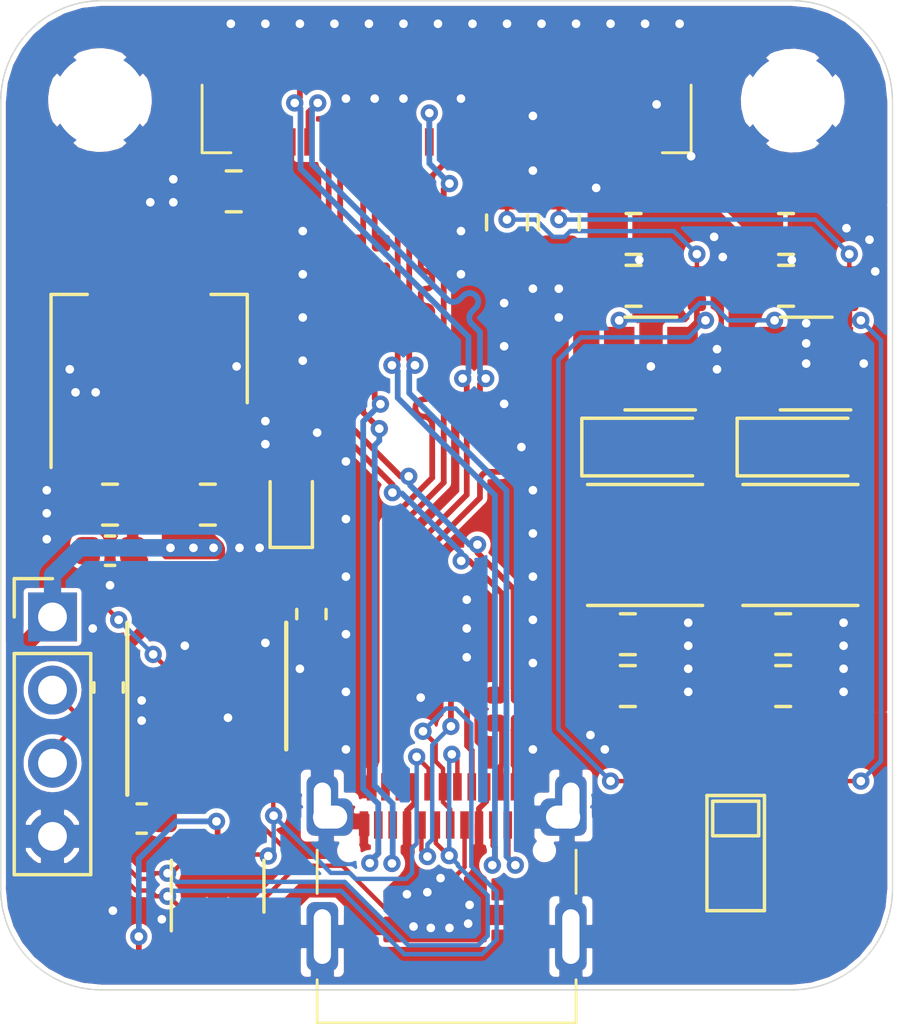
<source format=kicad_pcb>
(kicad_pcb (version 20171130) (host pcbnew 5.1.4+dfsg1-1)
  (layers (0 F.Cu signal) (31 B.Cu signal) (34 B.Paste user) (35 F.Paste user) (36 B.SilkS user) (37 F.SilkS user) (38 B.Mask user) (39 F.Mask user) (44 Edge.Cuts user))
  (net 0 "")
  (net 1 GND)
  (net 2 +5V)
  (net 3 "Net-(C4-Pad1)")
  (net 4 /_L1_N)
  (net 5 L1_N)
  (net 6 /_L1_P)
  (net 7 L1_P)
  (net 8 /_L0_N)
  (net 9 L0_N)
  (net 10 /_L0_P)
  (net 11 L0_P)
  (net 12 +3V3)
  (net 13 LEDA2)
  (net 14 LEDA1)
  (net 15 "Net-(D2-Pad2)")
  (net 16 "Net-(D3-Pad2)")
  (net 17 "Net-(D4-Pad2)")
  (net 18 USB_P)
  (net 19 CC1)
  (net 20 L3_P)
  (net 21 USB_N)
  (net 22 AUX_N)
  (net 23 L3_N)
  (net 24 AUX_P)
  (net 25 CC2)
  (net 26 L2_N)
  (net 27 L2_P)
  (net 28 "Net-(R1-Pad2)")
  (net 29 "Net-(R4-Pad1)")
  (net 30 "Net-(R5-Pad1)")
  (net 31 LEDC2)
  (net 32 LEDC1)
  (net 33 PWM)
  (net 34 HPD)
  (net 35 "Net-(U3-Pad14)")
  (net 36 "Net-(U3-Pad13)")
  (net 37 "Net-(U3-Pad12)")
  (net 38 "Net-(U3-Pad11)")
  (net 39 "Net-(U3-Pad10)")
  (net 40 "Net-(U3-Pad2)")
  (net 41 "Net-(R2-Pad2)")
  (net 42 LEDC2DIM)
  (net 43 LEDC1DIM)
  (net 44 "Net-(SW1-Pad6)")
  (net 45 "Net-(SW1-Pad3)")
  (net 46 "Net-(U3-Pad9)")
  (net 47 "Net-(U3-Pad6)")
  (net 48 "Net-(U3-Pad5)")
  (module otter:5022505191 (layer F.Cu) (at 115.5 103.63 180)
    (fp_text reference U2 hide)
    (fp_text value 5022505191)
    (pad 53 smd rect (at -8.2 1.275 180) (size 0.45 0.9) (layers F.Cu F.Paste F.Mask))
    (pad 52 smd rect (at 8.2 1.275 180) (size 0.45 0.9) (layers F.Cu F.Paste F.Mask))
    (pad 51 smd rect (at -7.5 1.6 180) (size 0.26 1) (layers F.Cu F.Paste F.Mask) (net 1 GND))
    (pad 49 smd rect (at -6.9 1.6 180) (size 0.26 1) (layers F.Cu F.Paste F.Mask) (net 14 LEDA1))
    (pad 47 smd rect (at -6.3 1.6 180) (size 0.26 1) (layers F.Cu F.Paste F.Mask))
    (pad 45 smd rect (at -5.7 1.6 180) (size 0.26 1) (layers F.Cu F.Paste F.Mask) (net 13 LEDA2))
    (pad 43 smd rect (at -5.1 1.6 180) (size 0.26 1) (layers F.Cu F.Paste F.Mask) (net 1 GND))
    (pad 41 smd rect (at -4.5 1.6 180) (size 0.26 1) (layers F.Cu F.Paste F.Mask) (net 32 LEDC1))
    (pad 39 smd rect (at -3.9 1.6 180) (size 0.26 1) (layers F.Cu F.Paste F.Mask) (net 32 LEDC1))
    (pad 37 smd rect (at -3.3 1.6 180) (size 0.26 1) (layers F.Cu F.Paste F.Mask) (net 32 LEDC1))
    (pad 35 smd rect (at -2.7 1.6 180) (size 0.26 1) (layers F.Cu F.Paste F.Mask) (net 31 LEDC2))
    (pad 33 smd rect (at -2.1 1.6 180) (size 0.26 1) (layers F.Cu F.Paste F.Mask) (net 31 LEDC2))
    (pad 31 smd rect (at -1.5 1.6 180) (size 0.26 1) (layers F.Cu F.Paste F.Mask) (net 31 LEDC2))
    (pad 29 smd rect (at -0.9 1.6 180) (size 0.26 1) (layers F.Cu F.Paste F.Mask) (net 1 GND))
    (pad 27 smd rect (at -0.3 1.6 180) (size 0.26 1) (layers F.Cu F.Paste F.Mask) (net 1 GND))
    (pad 25 smd rect (at 0.3 1.6 180) (size 0.26 1) (layers F.Cu F.Paste F.Mask))
    (pad 23 smd rect (at 0.9 1.6 180) (size 0.26 1) (layers F.Cu F.Paste F.Mask) (net 1 GND))
    (pad 21 smd rect (at 1.5 1.6 180) (size 0.26 1) (layers F.Cu F.Paste F.Mask))
    (pad 19 smd rect (at 2.1 1.6 180) (size 0.26 1) (layers F.Cu F.Paste F.Mask) (net 1 GND))
    (pad 17 smd rect (at 2.7 1.6 180) (size 0.26 1) (layers F.Cu F.Paste F.Mask))
    (pad 15 smd rect (at 3.3 1.6 180) (size 0.26 1) (layers F.Cu F.Paste F.Mask) (net 1 GND))
    (pad 13 smd rect (at 3.9 1.6 180) (size 0.26 1) (layers F.Cu F.Paste F.Mask))
    (pad 11 smd rect (at 4.5 1.6 180) (size 0.26 1) (layers F.Cu F.Paste F.Mask) (net 1 GND))
    (pad 9 smd rect (at 5.1 1.6 180) (size 0.26 1) (layers F.Cu F.Paste F.Mask) (net 24 AUX_P))
    (pad 7 smd rect (at 5.7 1.6 180) (size 0.26 1) (layers F.Cu F.Paste F.Mask) (net 12 +3V3))
    (pad 5 smd rect (at 6.3 1.6 180) (size 0.26 1) (layers F.Cu F.Paste F.Mask) (net 12 +3V3))
    (pad 3 smd rect (at 6.9 1.6 180) (size 0.26 1) (layers F.Cu F.Paste F.Mask) (net 1 GND))
    (pad 1 smd rect (at 7.5 1.6 180) (size 0.26 1) (layers F.Cu F.Paste F.Mask) (net 1 GND))
    (pad 50 smd rect (at -7.2 -1.275 180) (size 0.3 0.95) (layers F.Cu F.Paste F.Mask))
    (pad 20 smd rect (at 1.8 -1.275 180) (size 0.3 0.95) (layers F.Cu F.Paste F.Mask) (net 26 L2_N))
    (pad 22 smd rect (at 1.2 -1.275 180) (size 0.3 0.95) (layers F.Cu F.Paste F.Mask) (net 27 L2_P))
    (pad 24 smd rect (at 0.6 -1.275 180) (size 0.3 0.95) (layers F.Cu F.Paste F.Mask) (net 23 L3_N))
    (pad 18 smd rect (at 2.4 -1.275 180) (size 0.3 0.95) (layers F.Cu F.Paste F.Mask) (net 7 L1_P))
    (pad 16 smd rect (at 3 -1.275 180) (size 0.3 0.95) (layers F.Cu F.Paste F.Mask) (net 5 L1_N))
    (pad 14 smd rect (at 3.6 -1.275 180) (size 0.3 0.95) (layers F.Cu F.Paste F.Mask) (net 11 L0_P))
    (pad 2 smd rect (at 7.2 -1.275 180) (size 0.3 0.95) (layers F.Cu F.Paste F.Mask) (net 34 HPD))
    (pad 4 smd rect (at 6.6 -1.275 180) (size 0.3 0.95) (layers F.Cu F.Paste F.Mask) (net 12 +3V3))
    (pad 6 smd rect (at 6 -1.275 180) (size 0.3 0.95) (layers F.Cu F.Paste F.Mask) (net 12 +3V3))
    (pad 12 smd rect (at 4.2 -1.275 180) (size 0.3 0.95) (layers F.Cu F.Paste F.Mask) (net 9 L0_N))
    (pad 10 smd rect (at 4.8 -1.275 180) (size 0.3 0.95) (layers F.Cu F.Paste F.Mask) (net 22 AUX_N))
    (pad 8 smd rect (at 5.4 -1.275 180) (size 0.3 0.95) (layers F.Cu F.Paste F.Mask) (net 1 GND))
    (pad 32 smd rect (at -1.8 -1.275 180) (size 0.3 0.95) (layers F.Cu F.Paste F.Mask) (net 31 LEDC2))
    (pad 34 smd rect (at -2.4 -1.275 180) (size 0.3 0.95) (layers F.Cu F.Paste F.Mask) (net 31 LEDC2))
    (pad 36 smd rect (at -3 -1.275 180) (size 0.3 0.95) (layers F.Cu F.Paste F.Mask) (net 1 GND))
    (pad 30 smd rect (at -1.2 -1.275 180) (size 0.3 0.95) (layers F.Cu F.Paste F.Mask) (net 31 LEDC2))
    (pad 28 smd rect (at -0.6 -1.275 180) (size 0.3 0.95) (layers F.Cu F.Paste F.Mask) (net 1 GND))
    (pad 26 smd rect (at 0 -1.275 180) (size 0.3 0.95) (layers F.Cu F.Paste F.Mask) (net 20 L3_P))
    (pad 38 smd rect (at -3.6 -1.275 180) (size 0.3 0.95) (layers F.Cu F.Paste F.Mask) (net 32 LEDC1))
    (pad 40 smd rect (at -4.2 -1.275 180) (size 0.3 0.95) (layers F.Cu F.Paste F.Mask) (net 32 LEDC1))
    (pad 42 smd rect (at -4.8 -1.275 180) (size 0.3 0.95) (layers F.Cu F.Paste F.Mask) (net 32 LEDC1))
    (pad 48 smd rect (at -6.6 -1.275 180) (size 0.3 0.95) (layers F.Cu F.Paste F.Mask) (net 14 LEDA1))
    (pad 46 smd rect (at -6 -1.275 180) (size 0.3 0.95) (layers F.Cu F.Paste F.Mask) (net 13 LEDA2))
    (pad 44 smd rect (at -5.4 -1.275 180) (size 0.3 0.95) (layers F.Cu F.Paste F.Mask))
  )
  (module otter:K3-2235S-K1 (layer F.Cu) (at 125.55 129.6)
    (fp_text reference SW1 hide)
    (fp_text value BRIGHTNESS)
    (pad 6 smd rect (at 2.925 2.5) (size 1.95 1.2) (layers F.Cu F.Paste F.Mask) (net 44 "Net-(SW1-Pad6)"))
    (pad 3 smd rect (at -2.925 2.5) (size 1.95 1.2) (layers F.Cu F.Paste F.Mask) (net 45 "Net-(SW1-Pad3)"))
    (pad 4 smd rect (at 2.925 -2.5) (size 1.95 1.2) (layers F.Cu F.Paste F.Mask) (net 43 LEDC1DIM))
    (pad 1 smd rect (at -2.925 -2.5) (size 1.95 1.2) (layers F.Cu F.Paste F.Mask) (net 42 LEDC2DIM))
    (pad 5 smd rect (at 2.925 0) (size 1.95 1.2) (layers F.Cu F.Paste F.Mask) (net 41 "Net-(R2-Pad2)"))
    (pad 2 smd rect (at -2.925 0) (size 1.95 1.2) (layers F.Cu F.Paste F.Mask) (net 28 "Net-(R1-Pad2)"))
  )
  (module Resistor_SMD:R_0402_1005Metric (layer F.Cu) (at 129.5 110 90)
    (fp_text reference R9 hide)
    (fp_text value 1k)
    (pad 2 smd roundrect (at 0.485 0 90) (size 0.59 0.64) (layers F.Cu F.Paste F.Mask) (net 32 LEDC1))
    (pad 1 smd roundrect (at -0.485 0 90) (size 0.59 0.64) (layers F.Cu F.Paste F.Mask) (net 43 LEDC1DIM))
  )
  (module Resistor_SMD:R_0402_1005Metric (layer F.Cu) (at 124.2 110 90)
    (fp_text reference R8 hide)
    (fp_text value 1k)
    (pad 2 smd roundrect (at 0.485 0 90) (size 0.59 0.64) (layers F.Cu F.Paste F.Mask) (net 31 LEDC2))
    (pad 1 smd roundrect (at -0.485 0 90) (size 0.59 0.64) (layers F.Cu F.Paste F.Mask) (net 42 LEDC2DIM))
  )
  (module Resistor_SMD:R_0402_1005Metric (layer F.Cu) (at 130.18 129.01 90)
    (fp_text reference R2 hide)
    (fp_text value 1k)
    (pad 2 smd roundrect (at 0.485 0 90) (size 0.59 0.64) (layers F.Cu F.Paste F.Mask) (net 41 "Net-(R2-Pad2)"))
    (pad 1 smd roundrect (at -0.485 0 90) (size 0.59 0.64) (layers F.Cu F.Paste F.Mask) (net 1 GND))
  )
  (module Resistor_SMD:R_0402_1005Metric (layer F.Cu) (at 121 128.5 270)
    (fp_text reference R1 hide)
    (fp_text value 1k)
    (pad 2 smd roundrect (at 0.485 0 270) (size 0.59 0.64) (layers F.Cu F.Paste F.Mask) (net 28 "Net-(R1-Pad2)"))
    (pad 1 smd roundrect (at -0.485 0 270) (size 0.59 0.64) (layers F.Cu F.Paste F.Mask) (net 1 GND))
  )
  (module Connector_PinHeader_2.54mm:PinHeader_1x04_P2.54mm_Vertical (layer F.Cu) (at 101.8 121.4)
    (fp_text reference J2 hide)
    (fp_text value USB)
    (pad 4 thru_hole oval (at 0 7.62) (size 1.7 1.7) (drill 1) (layers *.Cu *.Mask) (net 1 GND))
    (pad 3 thru_hole oval (at 0 5.08) (size 1.7 1.7) (drill 1) (layers *.Cu *.Mask) (net 18 USB_P))
    (pad 2 thru_hole oval (at 0 2.54) (size 1.7 1.7) (drill 1) (layers *.Cu *.Mask) (net 21 USB_N))
    (pad 1 thru_hole rect (at 0 0) (size 1.7 1.7) (drill 1) (layers *.Cu *.Mask) (net 2 +5V))
  )
  (module Package_TO_SOT_SMD:SOT-223-3_TabPin2 (layer F.Cu) (at 105.16 112.11 90)
    (fp_text reference U7 hide)
    (fp_text value AMS1117-3.3)
    (pad 1 smd rect (at -3.15 -2.3 90) (size 2 1.5) (layers F.Cu F.Paste F.Mask) (net 1 GND))
    (pad 3 smd rect (at -3.15 2.3 90) (size 2 1.5) (layers F.Cu F.Paste F.Mask) (net 2 +5V))
    (pad 2 smd rect (at -3.15 0 90) (size 2 1.5) (layers F.Cu F.Paste F.Mask) (net 12 +3V3))
    (pad 2 smd rect (at 3.15 0 90) (size 2 3.8) (layers F.Cu F.Paste F.Mask) (net 12 +3V3))
  )
  (module Package_TO_SOT_SMD:SOT-23-6 (layer F.Cu) (at 128 112.6 180)
    (fp_text reference U6 hide)
    (fp_text value SY7200AABC)
    (pad 5 smd rect (at 1.1 0 180) (size 1.06 0.65) (layers F.Cu F.Paste F.Mask) (net 14 LEDA1))
    (pad 6 smd rect (at 1.1 -0.95 180) (size 1.06 0.65) (layers F.Cu F.Paste F.Mask) (net 2 +5V))
    (pad 4 smd rect (at 1.1 0.95 180) (size 1.06 0.65) (layers F.Cu F.Paste F.Mask) (net 33 PWM))
    (pad 3 smd rect (at -1.1 0.95 180) (size 1.06 0.65) (layers F.Cu F.Paste F.Mask) (net 43 LEDC1DIM))
    (pad 2 smd rect (at -1.1 0 180) (size 1.06 0.65) (layers F.Cu F.Paste F.Mask) (net 1 GND))
    (pad 1 smd rect (at -1.1 -0.95 180) (size 1.06 0.65) (layers F.Cu F.Paste F.Mask) (net 17 "Net-(D4-Pad2)"))
  )
  (module Package_TO_SOT_SMD:SOT-23-6 (layer F.Cu) (at 122.6 112.6 180)
    (fp_text reference U5 hide)
    (fp_text value SY7200AABC)
    (pad 5 smd rect (at 1.1 0 180) (size 1.06 0.65) (layers F.Cu F.Paste F.Mask) (net 13 LEDA2))
    (pad 6 smd rect (at 1.1 -0.95 180) (size 1.06 0.65) (layers F.Cu F.Paste F.Mask) (net 2 +5V))
    (pad 4 smd rect (at 1.1 0.95 180) (size 1.06 0.65) (layers F.Cu F.Paste F.Mask) (net 33 PWM))
    (pad 3 smd rect (at -1.1 0.95 180) (size 1.06 0.65) (layers F.Cu F.Paste F.Mask) (net 42 LEDC2DIM))
    (pad 2 smd rect (at -1.1 0 180) (size 1.06 0.65) (layers F.Cu F.Paste F.Mask) (net 1 GND))
    (pad 1 smd rect (at -1.1 -0.95 180) (size 1.06 0.65) (layers F.Cu F.Paste F.Mask) (net 16 "Net-(D3-Pad2)"))
  )
  (module Package_TO_SOT_SMD:SOT-23-6 (layer F.Cu) (at 107.54 130.75 90)
    (fp_text reference U4 hide)
    (fp_text value USBLC6-4)
    (pad 5 smd rect (at 1.1 0 90) (size 1.06 0.65) (layers F.Cu F.Paste F.Mask) (net 2 +5V))
    (pad 6 smd rect (at 1.1 -0.95 90) (size 1.06 0.65) (layers F.Cu F.Paste F.Mask) (net 21 USB_N))
    (pad 4 smd rect (at 1.1 0.95 90) (size 1.06 0.65) (layers F.Cu F.Paste F.Mask) (net 19 CC1))
    (pad 3 smd rect (at -1.1 0.95 90) (size 1.06 0.65) (layers F.Cu F.Paste F.Mask) (net 25 CC2))
    (pad 2 smd rect (at -1.1 0 90) (size 1.06 0.65) (layers F.Cu F.Paste F.Mask) (net 1 GND))
    (pad 1 smd rect (at -1.1 -0.95 90) (size 1.06 0.65) (layers F.Cu F.Paste F.Mask) (net 18 USB_P))
  )
  (module Package_SO:TSSOP-16_4.4x5mm_P0.65mm (layer F.Cu) (at 107.2 123.8 90)
    (fp_text reference U3 hide)
    (fp_text value LDR6023SS)
    (pad 16 smd rect (at 2.95 -2.275 90) (size 1.5 0.45) (layers F.Cu F.Paste F.Mask) (net 12 +3V3))
    (pad 15 smd rect (at 2.95 -1.625 90) (size 1.5 0.45) (layers F.Cu F.Paste F.Mask) (net 3 "Net-(C4-Pad1)"))
    (pad 14 smd rect (at 2.95 -0.975 90) (size 1.5 0.45) (layers F.Cu F.Paste F.Mask) (net 35 "Net-(U3-Pad14)"))
    (pad 13 smd rect (at 2.95 -0.325 90) (size 1.5 0.45) (layers F.Cu F.Paste F.Mask) (net 36 "Net-(U3-Pad13)"))
    (pad 12 smd rect (at 2.95 0.325 90) (size 1.5 0.45) (layers F.Cu F.Paste F.Mask) (net 37 "Net-(U3-Pad12)"))
    (pad 11 smd rect (at 2.95 0.975 90) (size 1.5 0.45) (layers F.Cu F.Paste F.Mask) (net 38 "Net-(U3-Pad11)"))
    (pad 10 smd rect (at 2.95 1.625 90) (size 1.5 0.45) (layers F.Cu F.Paste F.Mask) (net 39 "Net-(U3-Pad10)"))
    (pad 9 smd rect (at 2.95 2.275 90) (size 1.5 0.45) (layers F.Cu F.Paste F.Mask) (net 46 "Net-(U3-Pad9)"))
    (pad 8 smd rect (at -2.95 2.275 90) (size 1.5 0.45) (layers F.Cu F.Paste F.Mask) (net 19 CC1))
    (pad 7 smd rect (at -2.95 1.625 90) (size 1.5 0.45) (layers F.Cu F.Paste F.Mask) (net 25 CC2))
    (pad 6 smd rect (at -2.95 0.975 90) (size 1.5 0.45) (layers F.Cu F.Paste F.Mask) (net 47 "Net-(U3-Pad6)"))
    (pad 5 smd rect (at -2.95 0.325 90) (size 1.5 0.45) (layers F.Cu F.Paste F.Mask) (net 48 "Net-(U3-Pad5)"))
    (pad 4 smd rect (at -2.95 -0.325 90) (size 1.5 0.45) (layers F.Cu F.Paste F.Mask) (net 29 "Net-(R4-Pad1)"))
    (pad 3 smd rect (at -2.95 -0.975 90) (size 1.5 0.45) (layers F.Cu F.Paste F.Mask) (net 30 "Net-(R5-Pad1)"))
    (pad 2 smd rect (at -2.95 -1.625 90) (size 1.5 0.45) (layers F.Cu F.Paste F.Mask) (net 40 "Net-(U3-Pad2)"))
    (pad 1 smd rect (at -2.95 -2.275 90) (size 1.5 0.45) (layers F.Cu F.Paste F.Mask) (net 1 GND))
  )
  (module Resistor_SMD:R_0805_2012Metric (layer F.Cu) (at 119.4 107.7 270)
    (fp_text reference R7 hide)
    (fp_text value 1.6)
    (pad 2 smd roundrect (at 0.9375 0 270) (size 0.975 1.4) (layers F.Cu F.Paste F.Mask) (net 1 GND))
    (pad 1 smd roundrect (at -0.9375 0 270) (size 0.975 1.4) (layers F.Cu F.Paste F.Mask) (net 32 LEDC1))
  )
  (module Resistor_SMD:R_0805_2012Metric (layer F.Cu) (at 117.6 107.7 270)
    (fp_text reference R6 hide)
    (fp_text value 1.6)
    (pad 2 smd roundrect (at 0.9375 0 270) (size 0.975 1.4) (layers F.Cu F.Paste F.Mask) (net 1 GND))
    (pad 1 smd roundrect (at -0.9375 0 270) (size 0.975 1.4) (layers F.Cu F.Paste F.Mask) (net 31 LEDC2))
  )
  (module Resistor_SMD:R_0603_1608Metric (layer F.Cu) (at 104.9 128.4 180)
    (fp_text reference R5 hide)
    (fp_text value 10k)
    (pad 2 smd roundrect (at 0.7875 0 180) (size 0.875 0.95) (layers F.Cu F.Paste F.Mask) (net 1 GND))
    (pad 1 smd roundrect (at -0.7875 0 180) (size 0.875 0.95) (layers F.Cu F.Paste F.Mask) (net 30 "Net-(R5-Pad1)"))
  )
  (module Resistor_SMD:R_0603_1608Metric (layer F.Cu) (at 103.8 119.1)
    (fp_text reference R4 hide)
    (fp_text value 10k)
    (pad 2 smd roundrect (at 0.7875 0) (size 0.875 0.95) (layers F.Cu F.Paste F.Mask) (net 12 +3V3))
    (pad 1 smd roundrect (at -0.7875 0) (size 0.875 0.95) (layers F.Cu F.Paste F.Mask) (net 29 "Net-(R4-Pad1)"))
  )
  (module Resistor_SMD:R_0402_1005Metric (layer F.Cu) (at 110.1 114.9 90)
    (fp_text reference R3 hide)
    (fp_text value 1k)
    (pad 2 smd roundrect (at 0.485 0 90) (size 0.59 0.64) (layers F.Cu F.Paste F.Mask) (net 12 +3V3))
    (pad 1 smd roundrect (at -0.485 0 90) (size 0.59 0.64) (layers F.Cu F.Paste F.Mask) (net 15 "Net-(D2-Pad2)"))
  )
  (module Inductor_SMD:L_Taiyo-Yuden_MD-4040 (layer F.Cu) (at 127.8 118.9)
    (fp_text reference L2 hide)
    (fp_text value 22uH)
    (pad 2 smd rect (at 1.4 0) (size 1.2 3.7) (layers F.Cu F.Paste F.Mask) (net 17 "Net-(D4-Pad2)"))
    (pad 1 smd rect (at -1.4 0) (size 1.2 3.7) (layers F.Cu F.Paste F.Mask) (net 2 +5V))
  )
  (module Inductor_SMD:L_Taiyo-Yuden_MD-4040 (layer F.Cu) (at 122.4 118.9)
    (fp_text reference L1 hide)
    (fp_text value 22uH)
    (pad 2 smd rect (at 1.4 0) (size 1.2 3.7) (layers F.Cu F.Paste F.Mask) (net 16 "Net-(D3-Pad2)"))
    (pad 1 smd rect (at -1.4 0) (size 1.2 3.7) (layers F.Cu F.Paste F.Mask) (net 2 +5V))
  )
  (module otter:USB_C_24P_SMD (layer F.Cu) (at 115.5 130)
    (fp_text reference J1 hide)
    (fp_text value USB_C_Receptacle)
    (pad "" np_thru_hole circle (at 3.4 -0.4875) (size 0.5 0.5) (drill 0.5) (layers *.Cu *.Mask))
    (pad "" np_thru_hole circle (at -3.4 -0.4875) (size 0.5 0.5) (drill 0.5) (layers *.Cu *.Mask))
    (pad A12 smd rect (at 2.875 -2.7) (size 0.3 0.95) (layers F.Cu F.Paste F.Mask) (net 1 GND))
    (pad A9 smd rect (at 1.375 -2.7) (size 0.3 0.95) (layers F.Cu F.Paste F.Mask) (net 2 +5V))
    (pad A6 smd rect (at -0.125 -2.7) (size 0.3 0.95) (layers F.Cu F.Paste F.Mask) (net 18 USB_P))
    (pad A5 smd rect (at -0.625 -2.7) (size 0.3 0.95) (layers F.Cu F.Paste F.Mask) (net 19 CC1))
    (pad A2 smd rect (at -2.125 -2.7) (size 0.3 0.95) (layers F.Cu F.Paste F.Mask) (net 20 L3_P))
    (pad A7 smd rect (at 0.375 -2.7) (size 0.3 0.95) (layers F.Cu F.Paste F.Mask) (net 21 USB_N))
    (pad A1 smd rect (at -2.625 -2.7) (size 0.3 0.95) (layers F.Cu F.Paste F.Mask) (net 1 GND))
    (pad A8 smd rect (at 0.875 -2.7) (size 0.3 0.95) (layers F.Cu F.Paste F.Mask) (net 22 AUX_N))
    (pad A11 smd rect (at 2.375 -2.7) (size 0.3 0.95) (layers F.Cu F.Paste F.Mask) (net 10 /_L0_P))
    (pad A10 smd rect (at 1.875 -2.7) (size 0.3 0.95) (layers F.Cu F.Paste F.Mask) (net 8 /_L0_N))
    (pad A3 smd rect (at -1.625 -2.7) (size 0.3 0.95) (layers F.Cu F.Paste F.Mask) (net 23 L3_N))
    (pad A4 smd rect (at -1.125 -2.7) (size 0.3 0.95) (layers F.Cu F.Paste F.Mask) (net 2 +5V))
    (pad B12 smd rect (at -2.875 -1.375) (size 0.3 0.95) (layers F.Cu F.Paste F.Mask) (net 1 GND))
    (pad B11 smd rect (at -2.375 -1.375) (size 0.3 0.95) (layers F.Cu F.Paste F.Mask) (net 6 /_L1_P))
    (pad B10 smd rect (at -1.875 -1.375) (size 0.3 0.95) (layers F.Cu F.Paste F.Mask) (net 4 /_L1_N))
    (pad B9 smd rect (at -1.375 -1.375) (size 0.3 0.95) (layers F.Cu F.Paste F.Mask) (net 2 +5V))
    (pad B8 smd rect (at -0.875 -1.375) (size 0.3 0.95) (layers F.Cu F.Paste F.Mask) (net 24 AUX_P))
    (pad B7 smd rect (at -0.375 -1.375) (size 0.3 0.95) (layers F.Cu F.Paste F.Mask) (net 21 USB_N))
    (pad B6 smd rect (at 0.125 -1.375) (size 0.3 0.95) (layers F.Cu F.Paste F.Mask) (net 18 USB_P))
    (pad B5 smd rect (at 0.625 -1.375) (size 0.3 0.95) (layers F.Cu F.Paste F.Mask) (net 25 CC2))
    (pad B4 smd rect (at 1.125 -1.375) (size 0.3 0.95) (layers F.Cu F.Paste F.Mask) (net 2 +5V))
    (pad B3 smd rect (at 1.625 -1.375) (size 0.3 0.95) (layers F.Cu F.Paste F.Mask) (net 26 L2_N))
    (pad B2 smd rect (at 2.125 -1.375) (size 0.3 0.95) (layers F.Cu F.Paste F.Mask) (net 27 L2_P))
    (pad B1 smd rect (at 2.625 -1.375) (size 0.3 0.95) (layers F.Cu F.Paste F.Mask) (net 1 GND))
    (pad S1 thru_hole roundrect (at 4.05 -1.65) (size 1.6 1.3) (drill oval 1.19 0.8) (layers *.Cu *.Mask F.Paste) (net 1 GND))
    (pad S1 thru_hole roundrect (at -4.05 -1.65) (size 1.6 1.3) (drill oval 1.19 0.8) (layers *.Cu *.Mask F.Paste) (net 1 GND))
    (pad S1 thru_hole roundrect (at 4.32 -2.05) (size 1.1 2.1) (drill oval 0.6 1.6) (layers *.Cu *.Mask F.Paste) (net 1 GND))
    (pad S1 thru_hole roundrect (at -4.32 -2.05) (size 1.1 2.1) (drill oval 0.6 1.6) (layers *.Cu *.Mask F.Paste) (net 1 GND))
    (pad S1 thru_hole roundrect (at 4.32 2.5) (size 1.1 2.4) (drill oval 0.6 1.9) (layers *.Cu *.Mask F.Paste) (net 1 GND))
    (pad S1 thru_hole roundrect (at -4.32 2.5) (size 1.1 2.4) (drill oval 0.6 1.9) (layers *.Cu *.Mask F.Paste) (net 1 GND))
  )
  (module MountingHole:MountingHole_3.2mm_M3 (layer F.Cu) (at 103.45 103.45)
    (fp_text reference H2 hide)
    (fp_text value MountingHole_Pad)
    (pad 1 np_thru_hole circle (at 0 0) (size 3.2 3.2) (drill 3.2) (layers *.Cu *.Mask) (net 1 GND))
  )
  (module MountingHole:MountingHole_3.2mm_M3 (layer F.Cu) (at 127.53 103.47)
    (fp_text reference H1 hide)
    (fp_text value MountingHole_Pad)
    (pad 1 np_thru_hole circle (at 0 0) (size 3.2 3.2) (drill 3.2) (layers *.Cu *.Mask) (net 1 GND))
  )
  (module Diode_SMD:D_SOD-123F (layer F.Cu) (at 127.8 115.5)
    (fp_text reference D4 hide)
    (fp_text value SM4007PL)
    (pad 2 smd rect (at 1.4 0) (size 1.1 1.1) (layers F.Cu F.Paste F.Mask) (net 17 "Net-(D4-Pad2)"))
    (pad 1 smd rect (at -1.4 0) (size 1.1 1.1) (layers F.Cu F.Paste F.Mask) (net 14 LEDA1))
  )
  (module Diode_SMD:D_SOD-123F (layer F.Cu) (at 122.4 115.5)
    (fp_text reference D3 hide)
    (fp_text value SM4007PL)
    (pad 2 smd rect (at 1.4 0) (size 1.1 1.1) (layers F.Cu F.Paste F.Mask) (net 16 "Net-(D3-Pad2)"))
    (pad 1 smd rect (at -1.4 0) (size 1.1 1.1) (layers F.Cu F.Paste F.Mask) (net 13 LEDA2))
  )
  (module LED_SMD:LED_0603_1608Metric (layer F.Cu) (at 110.1 117.5 90)
    (fp_text reference D2 hide)
    (fp_text value LED)
    (pad 2 smd roundrect (at 0.7875 0 90) (size 0.875 0.95) (layers F.Cu F.Paste F.Mask) (net 15 "Net-(D2-Pad2)"))
    (pad 1 smd roundrect (at -0.7875 0 90) (size 0.875 0.95) (layers F.Cu F.Paste F.Mask) (net 1 GND))
  )
  (module Capacitor_SMD:C_0805_2012Metric (layer F.Cu) (at 103.8 117.5 180)
    (fp_text reference C20 hide)
    (fp_text value 2.2uF)
    (pad 2 smd roundrect (at 0.9375 0 180) (size 0.975 1.4) (layers F.Cu F.Paste F.Mask) (net 1 GND))
    (pad 1 smd roundrect (at -0.9375 0 180) (size 0.975 1.4) (layers F.Cu F.Paste F.Mask) (net 12 +3V3))
  )
  (module Capacitor_SMD:C_0805_2012Metric (layer F.Cu) (at 127.3 109.9)
    (fp_text reference C19 hide)
    (fp_text value 2.2uF)
    (pad 2 smd roundrect (at 0.9375 0) (size 0.975 1.4) (layers F.Cu F.Paste F.Mask) (net 1 GND))
    (pad 1 smd roundrect (at -0.9375 0) (size 0.975 1.4) (layers F.Cu F.Paste F.Mask) (net 14 LEDA1))
  )
  (module Capacitor_SMD:C_0805_2012Metric (layer F.Cu) (at 122 109.9)
    (fp_text reference C18 hide)
    (fp_text value 2.2uF)
    (pad 2 smd roundrect (at 0.9375 0) (size 0.975 1.4) (layers F.Cu F.Paste F.Mask) (net 1 GND))
    (pad 1 smd roundrect (at -0.9375 0) (size 0.975 1.4) (layers F.Cu F.Paste F.Mask) (net 13 LEDA2))
  )
  (module Capacitor_SMD:C_0805_2012Metric (layer F.Cu) (at 127.3 108.1)
    (fp_text reference C17 hide)
    (fp_text value 2.2uF)
    (pad 2 smd roundrect (at 0.9375 0) (size 0.975 1.4) (layers F.Cu F.Paste F.Mask) (net 1 GND))
    (pad 1 smd roundrect (at -0.9375 0) (size 0.975 1.4) (layers F.Cu F.Paste F.Mask) (net 14 LEDA1))
  )
  (module Capacitor_SMD:C_0805_2012Metric (layer F.Cu) (at 122 108.1)
    (fp_text reference C16 hide)
    (fp_text value 2.2uF)
    (pad 2 smd roundrect (at 0.9375 0) (size 0.975 1.4) (layers F.Cu F.Paste F.Mask) (net 1 GND))
    (pad 1 smd roundrect (at -0.9375 0) (size 0.975 1.4) (layers F.Cu F.Paste F.Mask) (net 13 LEDA2))
  )
  (module Capacitor_SMD:C_0805_2012Metric (layer F.Cu) (at 127.2 123.8)
    (fp_text reference C15 hide)
    (fp_text value 2.2uF)
    (pad 2 smd roundrect (at 0.9375 0) (size 0.975 1.4) (layers F.Cu F.Paste F.Mask) (net 1 GND))
    (pad 1 smd roundrect (at -0.9375 0) (size 0.975 1.4) (layers F.Cu F.Paste F.Mask) (net 2 +5V))
  )
  (module Capacitor_SMD:C_0805_2012Metric (layer F.Cu) (at 121.8 122)
    (fp_text reference C14 hide)
    (fp_text value 2.2uF)
    (pad 2 smd roundrect (at 0.9375 0) (size 0.975 1.4) (layers F.Cu F.Paste F.Mask) (net 1 GND))
    (pad 1 smd roundrect (at -0.9375 0) (size 0.975 1.4) (layers F.Cu F.Paste F.Mask) (net 2 +5V))
  )
  (module Capacitor_SMD:C_0805_2012Metric (layer F.Cu) (at 127.2 122)
    (fp_text reference C13 hide)
    (fp_text value 2.2uF)
    (pad 2 smd roundrect (at 0.9375 0) (size 0.975 1.4) (layers F.Cu F.Paste F.Mask) (net 1 GND))
    (pad 1 smd roundrect (at -0.9375 0) (size 0.975 1.4) (layers F.Cu F.Paste F.Mask) (net 2 +5V))
  )
  (module Capacitor_SMD:C_0805_2012Metric (layer F.Cu) (at 121.8 123.8)
    (fp_text reference C12 hide)
    (fp_text value 2.2uF)
    (pad 2 smd roundrect (at 0.9375 0) (size 0.975 1.4) (layers F.Cu F.Paste F.Mask) (net 1 GND))
    (pad 1 smd roundrect (at -0.9375 0) (size 0.975 1.4) (layers F.Cu F.Paste F.Mask) (net 2 +5V))
  )
  (module Capacitor_SMD:C_0805_2012Metric (layer F.Cu) (at 107.2 117.5)
    (fp_text reference C11 hide)
    (fp_text value 2.2uF)
    (pad 2 smd roundrect (at 0.9375 0) (size 0.975 1.4) (layers F.Cu F.Paste F.Mask) (net 1 GND))
    (pad 1 smd roundrect (at -0.9375 0) (size 0.975 1.4) (layers F.Cu F.Paste F.Mask) (net 2 +5V))
  )
  (module Capacitor_SMD:C_0805_2012Metric (layer F.Cu) (at 108.1 106.62 180)
    (fp_text reference C10 hide)
    (fp_text value 2.2uF)
    (pad 2 smd roundrect (at 0.9375 0 180) (size 0.975 1.4) (layers F.Cu F.Paste F.Mask) (net 1 GND))
    (pad 1 smd roundrect (at -0.9375 0 180) (size 0.975 1.4) (layers F.Cu F.Paste F.Mask) (net 12 +3V3))
  )
  (module Capacitor_SMD:C_0603_1608Metric (layer F.Cu) (at 103.75 123.85 270)
    (fp_text reference C9 hide)
    (fp_text value 100n)
    (pad 2 smd roundrect (at 0.7875 0 270) (size 0.875 0.95) (layers F.Cu F.Paste F.Mask) (net 1 GND))
    (pad 1 smd roundrect (at -0.7875 0 270) (size 0.875 0.95) (layers F.Cu F.Paste F.Mask) (net 12 +3V3))
  )
  (module Capacitor_SMD:C_0402_1005Metric (layer F.Cu) (at 118.05 124.6 270)
    (fp_text reference C8 hide)
    (fp_text value 100n)
    (pad 2 smd roundrect (at 0.485 0 270) (size 0.59 0.64) (layers F.Cu F.Paste F.Mask) (net 10 /_L0_P))
    (pad 1 smd roundrect (at -0.485 0 270) (size 0.59 0.64) (layers F.Cu F.Paste F.Mask) (net 11 L0_P))
  )
  (module Capacitor_SMD:C_0402_1005Metric (layer F.Cu) (at 117.2 124.6 270)
    (fp_text reference C7 hide)
    (fp_text value 100n)
    (pad 2 smd roundrect (at 0.485 0 270) (size 0.59 0.64) (layers F.Cu F.Paste F.Mask) (net 8 /_L0_N))
    (pad 1 smd roundrect (at -0.485 0 270) (size 0.59 0.64) (layers F.Cu F.Paste F.Mask) (net 9 L0_N))
  )
  (module Capacitor_SMD:C_0402_1005Metric (layer F.Cu) (at 113.22 108.9 270)
    (fp_text reference C6 hide)
    (fp_text value 100n)
    (pad 2 smd roundrect (at 0.485 0 270) (size 0.59 0.64) (layers F.Cu F.Paste F.Mask) (net 6 /_L1_P))
    (pad 1 smd roundrect (at -0.485 0 270) (size 0.59 0.64) (layers F.Cu F.Paste F.Mask) (net 7 L1_P))
  )
  (module Capacitor_SMD:C_0402_1005Metric (layer F.Cu) (at 112.38 108.9 270)
    (fp_text reference C5 hide)
    (fp_text value 100n)
    (pad 2 smd roundrect (at 0.485 0 270) (size 0.59 0.64) (layers F.Cu F.Paste F.Mask) (net 4 /_L1_N))
    (pad 1 smd roundrect (at -0.485 0 270) (size 0.59 0.64) (layers F.Cu F.Paste F.Mask) (net 5 L1_N))
  )
  (module Capacitor_SMD:C_0603_1608Metric (layer F.Cu) (at 110.8 121.3 270)
    (fp_text reference C4 hide)
    (fp_text value 100n)
    (pad 2 smd roundrect (at 0.7875 0 270) (size 0.875 0.95) (layers F.Cu F.Paste F.Mask) (net 1 GND))
    (pad 1 smd roundrect (at -0.7875 0 270) (size 0.875 0.95) (layers F.Cu F.Paste F.Mask) (net 3 "Net-(C4-Pad1)"))
  )
  (gr_arc (start 103.5 130.85) (end 100 130.85) (angle -90) (layer Edge.Cuts) (width 0.05))
  (gr_arc (start 127.5 130.85) (end 127.5 134.35) (angle -90) (layer Edge.Cuts) (width 0.05))
  (gr_arc (start 127.5 103.5) (end 131 103.5) (angle -90) (layer Edge.Cuts) (width 0.05))
  (gr_arc (start 103.5 103.5) (end 103.5 100) (angle -90) (layer Edge.Cuts) (width 0.05))
  (gr_line (start 127.5 100) (end 103.5 100) (layer Edge.Cuts) (width 0.05))
  (gr_line (start 131 130.85) (end 131 103.5) (layer Edge.Cuts) (width 0.05))
  (gr_line (start 103.5 134.35) (end 127.5 134.35) (layer Edge.Cuts) (width 0.05))
  (gr_line (start 100 103.5) (end 100 130.85) (layer Edge.Cuts) (width 0.05))
  (via (at 114.6 124.2) (size 0.6) (drill 0.3) (layers F.Cu B.Cu) (net 1))
  (via (at 106 107) (size 0.6) (drill 0.3) (layers F.Cu B.Cu) (net 1))
  (via (at 106 106.2) (size 0.6) (drill 0.3) (layers F.Cu B.Cu) (net 1))
  (via (at 105.2 107) (size 0.6) (drill 0.3) (layers F.Cu B.Cu) (net 1))
  (via (at 112 103.4) (size 0.6) (drill 0.3) (layers F.Cu B.Cu) (net 1))
  (via (at 113 103.4) (size 0.6) (drill 0.3) (layers F.Cu B.Cu) (net 1))
  (via (at 114 103.4) (size 0.6) (drill 0.3) (layers F.Cu B.Cu) (net 1))
  (via (at 116 103.4) (size 0.6) (drill 0.3) (layers F.Cu B.Cu) (net 1))
  (via (at 122.8 103.6) (size 0.6) (drill 0.3) (layers F.Cu B.Cu) (net 1))
  (via (at 124 105.4) (size 0.6) (drill 0.3) (layers F.Cu B.Cu) (net 1))
  (via (at 121.2 100.8) (size 0.6) (drill 0.3) (layers F.Cu B.Cu) (net 1))
  (via (at 120 100.8) (size 0.6) (drill 0.3) (layers F.Cu B.Cu) (net 1))
  (via (at 118.8 100.8) (size 0.6) (drill 0.3) (layers F.Cu B.Cu) (net 1))
  (via (at 117.6 100.8) (size 0.6) (drill 0.3) (layers F.Cu B.Cu) (net 1))
  (via (at 116.4 100.8) (size 0.6) (drill 0.3) (layers F.Cu B.Cu) (net 1))
  (via (at 115.2 100.8) (size 0.6) (drill 0.3) (layers F.Cu B.Cu) (net 1))
  (via (at 114 100.8) (size 0.6) (drill 0.3) (layers F.Cu B.Cu) (net 1))
  (via (at 112.8 100.8) (size 0.6) (drill 0.3) (layers F.Cu B.Cu) (net 1))
  (via (at 111.6 100.8) (size 0.6) (drill 0.3) (layers F.Cu B.Cu) (net 1))
  (via (at 110.4 100.8) (size 0.6) (drill 0.3) (layers F.Cu B.Cu) (net 1))
  (via (at 109.2 100.8) (size 0.6) (drill 0.3) (layers F.Cu B.Cu) (net 1))
  (via (at 108 100.8) (size 0.6) (drill 0.3) (layers F.Cu B.Cu) (net 1))
  (via (at 122.4 100.8) (size 0.6) (drill 0.3) (layers F.Cu B.Cu) (net 1))
  (via (at 123.6 100.8) (size 0.6) (drill 0.3) (layers F.Cu B.Cu) (net 1))
  (via (at 116.2 120.8) (size 0.6) (drill 0.3) (layers F.Cu B.Cu) (net 1))
  (via (at 116.2 121.8) (size 0.6) (drill 0.3) (layers F.Cu B.Cu) (net 1))
  (via (at 116.2 122.8) (size 0.6) (drill 0.3) (layers F.Cu B.Cu) (net 1))
  (via (at 112 126) (size 0.6) (drill 0.3) (layers F.Cu B.Cu) (net 1))
  (via (at 112 124) (size 0.6) (drill 0.3) (layers F.Cu B.Cu) (net 1))
  (via (at 112 122) (size 0.6) (drill 0.3) (layers F.Cu B.Cu) (net 1))
  (via (at 112 120) (size 0.6) (drill 0.3) (layers F.Cu B.Cu) (net 1))
  (via (at 112 118) (size 0.6) (drill 0.3) (layers F.Cu B.Cu) (net 1))
  (via (at 112 116) (size 0.6) (drill 0.3) (layers F.Cu B.Cu) (net 1))
  (via (at 111 115) (size 0.6) (drill 0.3) (layers F.Cu B.Cu) (net 1))
  (via (at 110.5 112.5) (size 0.6) (drill 0.3) (layers F.Cu B.Cu) (net 1))
  (via (at 110.5 111) (size 0.6) (drill 0.3) (layers F.Cu B.Cu) (net 1))
  (via (at 110.5 109.5) (size 0.6) (drill 0.3) (layers F.Cu B.Cu) (net 1))
  (via (at 110.5 108) (size 0.6) (drill 0.3) (layers F.Cu B.Cu) (net 1))
  (via (at 116 109.5) (size 0.6) (drill 0.3) (layers F.Cu B.Cu) (net 1))
  (via (at 116 108) (size 0.6) (drill 0.3) (layers F.Cu B.Cu) (net 1))
  (via (at 117.5 110.5) (size 0.6) (drill 0.3) (layers F.Cu B.Cu) (net 1))
  (via (at 117.5 112) (size 0.6) (drill 0.3) (layers F.Cu B.Cu) (net 1))
  (via (at 117.5 114) (size 0.6) (drill 0.3) (layers F.Cu B.Cu) (net 1))
  (via (at 118.1 115.5) (size 0.6) (drill 0.3) (layers F.Cu B.Cu) (net 1))
  (via (at 118.5 117) (size 0.6) (drill 0.3) (layers F.Cu B.Cu) (net 1))
  (via (at 118.5 118.5) (size 0.6) (drill 0.3) (layers F.Cu B.Cu) (net 1))
  (via (at 118.5 120) (size 0.6) (drill 0.3) (layers F.Cu B.Cu) (net 1))
  (via (at 118.5 121.5) (size 0.6) (drill 0.3) (layers F.Cu B.Cu) (net 1))
  (via (at 118.5 123) (size 0.6) (drill 0.3) (layers F.Cu B.Cu) (net 1))
  (via (at 118.5 126) (size 0.6) (drill 0.3) (layers F.Cu B.Cu) (net 1))
  (via (at 120.5 125.5) (size 0.6) (drill 0.3) (layers F.Cu B.Cu) (net 1))
  (via (at 121 126) (size 0.6) (drill 0.3) (layers F.Cu B.Cu) (net 1))
  (via (at 118.5 110) (size 0.6) (drill 0.3) (layers F.Cu B.Cu) (net 1))
  (via (at 119.4 110) (size 0.6) (drill 0.3) (layers F.Cu B.Cu) (net 1))
  (via (at 119.4 111) (size 0.6) (drill 0.3) (layers F.Cu B.Cu) (net 1))
  (segment (start 116.1 105.58) (end 116.2 105.68) (width 0.2) (layer F.Cu) (net 1))
  (segment (start 116.1 104.905) (end 116.1 105.58) (width 0.2) (layer F.Cu) (net 1))
  (segment (start 116.2 105.68) (end 116.2 105.8) (width 0.2) (layer F.Cu) (net 1))
  (segment (start 116.1 104.905) (end 116.1 103.8) (width 0.2) (layer F.Cu) (net 1))
  (segment (start 115.8 102.03) (end 115.8 102.9) (width 0.2) (layer F.Cu) (net 1))
  (segment (start 116.4 102.03) (end 116.4 103) (width 0.2) (layer F.Cu) (net 1))
  (segment (start 114.6 102.03) (end 114.6 102.9) (width 0.2) (layer F.Cu) (net 1))
  (segment (start 113.4 102.03) (end 113.4 103) (width 0.2) (layer F.Cu) (net 1))
  (segment (start 112.2 102.03) (end 112.2 102.73) (width 0.2) (layer F.Cu) (net 1))
  (segment (start 111 102.03) (end 111 102.73) (width 0.2) (layer F.Cu) (net 1))
  (segment (start 112 102.93) (end 112 103.4) (width 0.2) (layer F.Cu) (net 1))
  (segment (start 112.2 102.73) (end 112 102.93) (width 0.2) (layer F.Cu) (net 1))
  (segment (start 111 102.73) (end 111.03 102.73) (width 0.2) (layer F.Cu) (net 1))
  (segment (start 111.03 102.73) (end 111.2 102.9) (width 0.2) (layer F.Cu) (net 1))
  (segment (start 111 102.03) (end 111 101) (width 0.2) (layer F.Cu) (net 1))
  (segment (start 112.2 102.03) (end 112.2 101.33) (width 0.2) (layer F.Cu) (net 1))
  (segment (start 113.4 102.03) (end 113.4 100.8) (width 0.2) (layer F.Cu) (net 1))
  (segment (start 114.6 102.03) (end 114.6 100.9) (width 0.2) (layer F.Cu) (net 1))
  (segment (start 115.8 102.03) (end 115.8 100.7) (width 0.2) (layer F.Cu) (net 1))
  (segment (start 116.4 102.03) (end 116.4 100.8) (width 0.2) (layer F.Cu) (net 1))
  (segment (start 110.1 105.58) (end 110.2 105.68) (width 0.2) (layer F.Cu) (net 1))
  (segment (start 110.1 104.905) (end 110.1 105.58) (width 0.2) (layer F.Cu) (net 1))
  (segment (start 110.2 105.68) (end 110.2 106.2) (width 0.2) (layer F.Cu) (net 1))
  (segment (start 108 102.03) (end 108 102.73) (width 0.2) (layer F.Cu) (net 1))
  (segment (start 108.6 102.03) (end 108.6 102.9) (width 0.2) (layer F.Cu) (net 1))
  (segment (start 108.6 102.03) (end 108.6 101) (width 0.2) (layer F.Cu) (net 1))
  (segment (start 108 102.03) (end 108 100.8) (width 0.2) (layer F.Cu) (net 1))
  (via (at 118.5 104) (size 0.6) (drill 0.3) (layers F.Cu B.Cu) (net 1))
  (segment (start 118.5 104.905) (end 118.5 104) (width 0.2) (layer F.Cu) (net 1))
  (via (at 118.5 105.9) (size 0.6) (drill 0.3) (layers F.Cu B.Cu) (net 1))
  (segment (start 118.5 104.905) (end 118.5 105.9) (width 0.2) (layer F.Cu) (net 1))
  (segment (start 120.6 102.03) (end 120.6 102.73) (width 0.2) (layer F.Cu) (net 1))
  (segment (start 120.8 100.8) (end 121.2 100.8) (width 0.2) (layer F.Cu) (net 1))
  (segment (start 120.6 102.03) (end 120.6 101) (width 0.2) (layer F.Cu) (net 1))
  (segment (start 120.6 101) (end 120.8 100.8) (width 0.2) (layer F.Cu) (net 1))
  (segment (start 120.6 102.73) (end 120.6 103.1) (width 0.2) (layer F.Cu) (net 1))
  (segment (start 123 102.03) (end 123 103.2) (width 0.2) (layer F.Cu) (net 1))
  (segment (start 123 102.03) (end 123 101) (width 0.2) (layer F.Cu) (net 1))
  (via (at 120.7 106.5) (size 0.6) (drill 0.3) (layers F.Cu B.Cu) (net 1))
  (via (at 124.8 108.2) (size 0.6) (drill 0.3) (layers F.Cu B.Cu) (net 1))
  (via (at 125.1 108.9) (size 0.6) (drill 0.3) (layers F.Cu B.Cu) (net 1))
  (via (at 122.2 109) (size 0.6) (drill 0.3) (layers F.Cu B.Cu) (net 1))
  (via (at 122.6 112.7) (size 0.6) (drill 0.3) (layers F.Cu B.Cu) (net 1))
  (via (at 124.9 112.8) (size 0.6) (drill 0.3) (layers F.Cu B.Cu) (net 1))
  (via (at 124.9 112.1) (size 0.6) (drill 0.3) (layers F.Cu B.Cu) (net 1))
  (via (at 130 112.6) (size 0.6) (drill 0.3) (layers F.Cu B.Cu) (net 1))
  (via (at 128 112.6) (size 0.6) (drill 0.3) (layers F.Cu B.Cu) (net 1))
  (via (at 128 111.9) (size 0.6) (drill 0.3) (layers F.Cu B.Cu) (net 1))
  (via (at 128 111.2) (size 0.6) (drill 0.3) (layers F.Cu B.Cu) (net 1))
  (via (at 129.4 107.9) (size 0.6) (drill 0.3) (layers F.Cu B.Cu) (net 1))
  (via (at 130.2 108.3) (size 0.6) (drill 0.3) (layers F.Cu B.Cu) (net 1))
  (via (at 130.4 109.4) (size 0.6) (drill 0.3) (layers F.Cu B.Cu) (net 1))
  (via (at 127.5 109) (size 0.6) (drill 0.3) (layers F.Cu B.Cu) (net 1))
  (via (at 123.9 121.6) (size 0.6) (drill 0.3) (layers F.Cu B.Cu) (net 1))
  (via (at 123.9 122.4) (size 0.6) (drill 0.3) (layers F.Cu B.Cu) (net 1))
  (via (at 123.9 123.2) (size 0.6) (drill 0.3) (layers F.Cu B.Cu) (net 1))
  (via (at 123.9 124) (size 0.6) (drill 0.3) (layers F.Cu B.Cu) (net 1))
  (via (at 129.3 121.6) (size 0.6) (drill 0.3) (layers F.Cu B.Cu) (net 1))
  (via (at 129.3 122.4) (size 0.6) (drill 0.3) (layers F.Cu B.Cu) (net 1))
  (via (at 129.3 123.2) (size 0.6) (drill 0.3) (layers F.Cu B.Cu) (net 1))
  (via (at 129.3 124) (size 0.6) (drill 0.3) (layers F.Cu B.Cu) (net 1))
  (via (at 108.3 119) (size 0.6) (drill 0.3) (layers F.Cu B.Cu) (net 1))
  (via (at 109 119) (size 0.6) (drill 0.3) (layers F.Cu B.Cu) (net 1))
  (via (at 109.2 115.4) (size 0.6) (drill 0.3) (layers F.Cu B.Cu) (net 1))
  (via (at 109.2 114.6) (size 0.6) (drill 0.3) (layers F.Cu B.Cu) (net 1))
  (via (at 108.2 112.7) (size 0.6) (drill 0.3) (layers F.Cu B.Cu) (net 1))
  (via (at 103.3 113.6) (size 0.6) (drill 0.3) (layers F.Cu B.Cu) (net 1))
  (via (at 102.6 113.6) (size 0.6) (drill 0.3) (layers F.Cu B.Cu) (net 1))
  (via (at 102.4 112.8) (size 0.6) (drill 0.3) (layers F.Cu B.Cu) (net 1))
  (via (at 101.6 117) (size 0.6) (drill 0.3) (layers F.Cu B.Cu) (net 1))
  (via (at 101.6 117.8) (size 0.6) (drill 0.3) (layers F.Cu B.Cu) (net 1))
  (via (at 101.6 118.7) (size 0.6) (drill 0.3) (layers F.Cu B.Cu) (net 1))
  (via (at 103.8 120.3) (size 0.6) (drill 0.3) (layers F.Cu B.Cu) (net 1))
  (via (at 103.2 121.8) (size 0.6) (drill 0.3) (layers F.Cu B.Cu) (net 1))
  (via (at 104.9 124.3) (size 0.6) (drill 0.3) (layers F.Cu B.Cu) (net 1))
  (via (at 104.9 125) (size 0.6) (drill 0.3) (layers F.Cu B.Cu) (net 1))
  (via (at 107.9 124.9) (size 0.6) (drill 0.3) (layers F.Cu B.Cu) (net 1))
  (via (at 109.2 122.3) (size 0.6) (drill 0.3) (layers F.Cu B.Cu) (net 1))
  (via (at 106.4 122.4) (size 0.6) (drill 0.3) (layers F.Cu B.Cu) (net 1))
  (via (at 110.4 123.2) (size 0.6) (drill 0.3) (layers F.Cu B.Cu) (net 1))
  (via (at 103.9 131.6) (size 0.6) (drill 0.3) (layers F.Cu B.Cu) (net 1))
  (via (at 105.6 131.9) (size 0.6) (drill 0.3) (layers F.Cu B.Cu) (net 1))
  (segment (start 111.855 128.625) (end 111.18 127.95) (width 0.3) (layer F.Cu) (net 1))
  (segment (start 112.625 128.625) (end 111.855 128.625) (width 0.3) (layer F.Cu) (net 1))
  (via (at 116.25 132.05) (size 0.6) (drill 0.3) (layers F.Cu B.Cu) (net 2))
  (via (at 115.6 132.2) (size 0.6) (drill 0.3) (layers F.Cu B.Cu) (net 2))
  (via (at 114.95 132.2) (size 0.6) (drill 0.3) (layers F.Cu B.Cu) (net 2))
  (via (at 114.35 132.15) (size 0.6) (drill 0.3) (layers F.Cu B.Cu) (net 2))
  (segment (start 114.375 127.875) (end 114.125 128.125) (width 0.2) (layer F.Cu) (net 2))
  (segment (start 114.125 128.125) (end 114.125 128.625) (width 0.2) (layer F.Cu) (net 2))
  (segment (start 114.375 127.3) (end 114.375 127.875) (width 0.2) (layer F.Cu) (net 2))
  (segment (start 116.875 127.3) (end 116.875 127.805) (width 0.2) (layer F.Cu) (net 2))
  (segment (start 116.625 128.055) (end 116.625 128.625) (width 0.2) (layer F.Cu) (net 2))
  (segment (start 116.875 127.805) (end 116.625 128.055) (width 0.2) (layer F.Cu) (net 2))
  (via (at 116.3 131.4) (size 0.6) (drill 0.3) (layers F.Cu B.Cu) (net 2))
  (via (at 115.29 130.47) (size 0.6) (drill 0.3) (layers F.Cu B.Cu) (net 2))
  (via (at 114.12 131.03) (size 0.6) (drill 0.3) (layers F.Cu B.Cu) (net 2))
  (via (at 114.83 130.96) (size 0.6) (drill 0.3) (layers F.Cu B.Cu) (net 2))
  (segment (start 122.05 125.5) (end 124 125.5) (width 0.7) (layer F.Cu) (net 2))
  (segment (start 121.418737 124.868737) (end 122.05 125.5) (width 0.7) (layer F.Cu) (net 2))
  (segment (start 120.8625 123.8) (end 121.418737 124.356237) (width 0.7) (layer F.Cu) (net 2))
  (segment (start 121.418737 124.356237) (end 121.418737 124.868737) (width 0.7) (layer F.Cu) (net 2))
  (segment (start 126.2625 124.7875) (end 126.2625 123.8) (width 0.7) (layer F.Cu) (net 2))
  (segment (start 124 125.5) (end 125.55 125.5) (width 0.7) (layer F.Cu) (net 2))
  (segment (start 125.55 125.5) (end 126.2625 124.7875) (width 0.7) (layer F.Cu) (net 2))
  (segment (start 117.699999 131.750001) (end 116.549999 131.750001) (width 0.7) (layer F.Cu) (net 2))
  (segment (start 118.742999 130.707001) (end 117.699999 131.750001) (width 0.7) (layer F.Cu) (net 2))
  (segment (start 124.65 125.7) (end 124.65 130.062602) (width 0.7) (layer F.Cu) (net 2))
  (segment (start 124.005601 130.707001) (end 118.742999 130.707001) (width 0.7) (layer F.Cu) (net 2))
  (segment (start 116.549999 131.750001) (end 116.25 132.05) (width 0.7) (layer F.Cu) (net 2))
  (segment (start 124 125.5) (end 124.45 125.5) (width 0.7) (layer F.Cu) (net 2))
  (segment (start 124.45 125.5) (end 124.65 125.7) (width 0.7) (layer F.Cu) (net 2))
  (segment (start 124.65 130.062602) (end 124.005601 130.707001) (width 0.7) (layer F.Cu) (net 2))
  (segment (start 101.8 119.95) (end 102.75 119) (width 0.6) (layer B.Cu) (net 2))
  (segment (start 101.8 121.4) (end 101.8 119.95) (width 0.6) (layer B.Cu) (net 2))
  (via (at 105.9 119) (size 0.6) (drill 0.3) (layers F.Cu B.Cu) (net 2))
  (via (at 106.7 119) (size 0.6) (drill 0.3) (layers F.Cu B.Cu) (net 2))
  (segment (start 105.9 119) (end 106.7 119) (width 0.6) (layer F.Cu) (net 2))
  (via (at 107.4 119) (size 0.6) (drill 0.3) (layers F.Cu B.Cu) (net 2))
  (segment (start 106.7 119) (end 107.4 119) (width 0.6) (layer B.Cu) (net 2))
  (segment (start 107.4 119) (end 105.9 119) (width 0.6) (layer F.Cu) (net 2))
  (segment (start 107.4 119) (end 104.8 119) (width 0.6) (layer B.Cu) (net 2))
  (segment (start 102.75 119) (end 104.8 119) (width 0.6) (layer B.Cu) (net 2))
  (segment (start 104.8 119) (end 105.9 119) (width 0.6) (layer B.Cu) (net 2))
  (segment (start 109.84478 132.55522) (end 109 133.4) (width 0.6) (layer F.Cu) (net 2))
  (segment (start 100.492999 130.292999) (end 100.492999 122.707001) (width 0.6) (layer F.Cu) (net 2))
  (segment (start 103.6 133.4) (end 100.492999 130.292999) (width 0.6) (layer F.Cu) (net 2))
  (segment (start 113.06522 132.15) (end 111.75821 130.84299) (width 0.6) (layer F.Cu) (net 2))
  (segment (start 100.492999 122.707001) (end 101.8 121.4) (width 0.6) (layer F.Cu) (net 2))
  (segment (start 114.35 132.15) (end 113.06522 132.15) (width 0.6) (layer F.Cu) (net 2))
  (segment (start 111.75821 130.84299) (end 110.60179 130.84299) (width 0.6) (layer F.Cu) (net 2))
  (segment (start 110.60179 130.84299) (end 109.84478 131.6) (width 0.6) (layer F.Cu) (net 2))
  (segment (start 109.84478 131.6) (end 109.84478 132.55522) (width 0.6) (layer F.Cu) (net 2))
  (segment (start 107.54 129.65) (end 107.54 128.54) (width 0.2) (layer F.Cu) (net 2))
  (via (at 107.5 128.5) (size 0.6) (drill 0.3) (layers F.Cu B.Cu) (net 2))
  (segment (start 107.54 128.54) (end 107.5 128.5) (width 0.2) (layer F.Cu) (net 2))
  (segment (start 107.5 128.5) (end 106.1 128.5) (width 0.2) (layer B.Cu) (net 2))
  (segment (start 106.1 128.5) (end 104.8 129.8) (width 0.2) (layer B.Cu) (net 2))
  (segment (start 109 133.4) (end 104.8 133.4) (width 0.6) (layer F.Cu) (net 2))
  (segment (start 104.8 133.4) (end 103.6 133.4) (width 0.6) (layer F.Cu) (net 2))
  (segment (start 104.8 132.4) (end 104.8 132.5) (width 0.2) (layer B.Cu) (net 2))
  (via (at 104.8 132.5) (size 0.6) (drill 0.3) (layers F.Cu B.Cu) (net 2))
  (segment (start 104.8 129.8) (end 104.8 132.4) (width 0.2) (layer B.Cu) (net 2))
  (segment (start 104.8 132.5) (end 104.8 133.4) (width 0.2) (layer F.Cu) (net 2))
  (segment (start 121.5 113.55) (end 122.45 113.55) (width 0.2) (layer F.Cu) (net 2))
  (segment (start 126.9 113.55) (end 127.95 113.55) (width 0.2) (layer F.Cu) (net 2))
  (segment (start 114.125 128.625) (end 114.125 129.375) (width 0.2) (layer F.Cu) (net 2))
  (segment (start 114.125 129.375) (end 114.1 129.4) (width 0.2) (layer F.Cu) (net 2))
  (segment (start 114.125 128.625) (end 114.125 129.475) (width 0.3) (layer F.Cu) (net 2))
  (segment (start 116.625 128.625) (end 116.625 129.475) (width 0.3) (layer F.Cu) (net 2))
  (segment (start 105.575 119.946) (end 105.821 119.7) (width 0.154) (layer F.Cu) (net 3))
  (segment (start 105.575 120.85) (end 105.575 119.946) (width 0.154) (layer F.Cu) (net 3))
  (segment (start 109.9875 119.7) (end 110.8 120.5125) (width 0.154) (layer F.Cu) (net 3))
  (segment (start 105.821 119.7) (end 109.9875 119.7) (width 0.154) (layer F.Cu) (net 3))
  (via (at 113.16 114.86) (size 0.6) (drill 0.3) (layers F.Cu B.Cu) (net 4))
  (segment (start 113.16 114.86) (end 112.6 114.3) (width 0.2) (layer F.Cu) (net 4))
  (segment (start 112.6 109.605) (end 112.38 109.385) (width 0.2) (layer F.Cu) (net 4))
  (segment (start 112.6 114.3) (end 112.6 109.605) (width 0.2) (layer F.Cu) (net 4))
  (segment (start 113.625 129.815415) (end 113.766587 129.957002) (width 0.2) (layer F.Cu) (net 4))
  (via (at 113.6 129.96) (size 0.6) (drill 0.3) (layers F.Cu B.Cu) (net 4))
  (segment (start 113.625 128.625) (end 113.625 129.815415) (width 0.2) (layer F.Cu) (net 4))
  (segment (start 113.16 115.284264) (end 113 115.444264) (width 0.2) (layer B.Cu) (net 4))
  (segment (start 113.16 114.86) (end 113.16 115.284264) (width 0.2) (layer B.Cu) (net 4))
  (segment (start 113 127.26) (end 113.625 127.885) (width 0.2) (layer B.Cu) (net 4))
  (segment (start 113 115.444264) (end 113 127.26) (width 0.2) (layer B.Cu) (net 4))
  (segment (start 113.625 129.815415) (end 113.766587 129.957002) (width 0.2) (layer B.Cu) (net 4))
  (segment (start 113.625 127.885) (end 113.625 129.815415) (width 0.2) (layer B.Cu) (net 4))
  (segment (start 112.5 105.617501) (end 112.5 104.905) (width 0.2) (layer F.Cu) (net 5))
  (segment (start 112.38 108.415) (end 112.6 108.195) (width 0.2) (layer F.Cu) (net 5))
  (segment (start 112.6 105.717501) (end 112.5 105.617501) (width 0.2) (layer F.Cu) (net 5))
  (segment (start 112.6 108.195) (end 112.6 105.717501) (width 0.2) (layer F.Cu) (net 5))
  (segment (start 113 113.81) (end 113.2 114.01) (width 0.2) (layer F.Cu) (net 6))
  (segment (start 113.22 109.385) (end 113 109.605) (width 0.2) (layer F.Cu) (net 6))
  (via (at 113.2 114.01) (size 0.6) (drill 0.3) (layers F.Cu B.Cu) (net 6))
  (segment (start 113 109.605) (end 113 113.81) (width 0.2) (layer F.Cu) (net 6))
  (via (at 112.83 129.95) (size 0.6) (drill 0.3) (layers F.Cu B.Cu) (net 6))
  (segment (start 112.83 129.95) (end 112.967998 129.95) (width 0.2) (layer F.Cu) (net 6))
  (segment (start 112.967998 129.95) (end 112.975 129.957002) (width 0.2) (layer F.Cu) (net 6))
  (segment (start 112.83 129.905638) (end 112.83 129.95) (width 0.2) (layer F.Cu) (net 6))
  (segment (start 113.125 128.625) (end 113.125 129.610638) (width 0.2) (layer F.Cu) (net 6))
  (segment (start 113.125 129.610638) (end 112.83 129.905638) (width 0.2) (layer F.Cu) (net 6))
  (segment (start 112.6 114.61) (end 112.900001 114.309999) (width 0.2) (layer B.Cu) (net 6))
  (segment (start 112.967998 129.95) (end 112.83 129.95) (width 0.2) (layer B.Cu) (net 6))
  (segment (start 112.975 129.957002) (end 112.967998 129.95) (width 0.2) (layer B.Cu) (net 6))
  (segment (start 112.900001 114.309999) (end 113.2 114.01) (width 0.2) (layer B.Cu) (net 6))
  (segment (start 112.83 129.905638) (end 113.125 129.610638) (width 0.2) (layer B.Cu) (net 6))
  (segment (start 113.125 129.610638) (end 113.125 127.889888) (width 0.2) (layer B.Cu) (net 6))
  (segment (start 112.6 127.364888) (end 112.6 114.61) (width 0.2) (layer B.Cu) (net 6))
  (segment (start 113.125 127.889888) (end 112.6 127.364888) (width 0.2) (layer B.Cu) (net 6))
  (segment (start 112.83 129.95) (end 112.83 129.905638) (width 0.2) (layer B.Cu) (net 6))
  (segment (start 113.1 105.617501) (end 113.1 104.905) (width 0.2) (layer F.Cu) (net 7))
  (segment (start 113 108.195) (end 113 105.717501) (width 0.2) (layer F.Cu) (net 7))
  (segment (start 113 105.717501) (end 113.1 105.617501) (width 0.2) (layer F.Cu) (net 7))
  (segment (start 113.22 108.415) (end 113 108.195) (width 0.2) (layer F.Cu) (net 7))
  (segment (start 117.425 125.31) (end 117.2 125.085) (width 0.2) (layer F.Cu) (net 8))
  (segment (start 117.425 126.537499) (end 117.425 125.31) (width 0.2) (layer F.Cu) (net 8))
  (segment (start 117.375 126.587499) (end 117.425 126.537499) (width 0.2) (layer F.Cu) (net 8))
  (segment (start 117.375 127.3) (end 117.375 126.587499) (width 0.2) (layer F.Cu) (net 8))
  (via (at 113.617157 117.082843) (size 0.6) (drill 0.3) (layers F.Cu B.Cu) (net 9))
  (segment (start 111.3 105.617501) (end 111.3 104.905) (width 0.2) (layer F.Cu) (net 9))
  (segment (start 111.4 114.582843) (end 111.4 105.717501) (width 0.2) (layer F.Cu) (net 9))
  (segment (start 113.617157 117.082843) (end 113.617157 116.8) (width 0.2) (layer F.Cu) (net 9))
  (segment (start 113.617157 116.8) (end 111.4 114.582843) (width 0.2) (layer F.Cu) (net 9))
  (segment (start 111.4 105.717501) (end 111.3 105.617501) (width 0.2) (layer F.Cu) (net 9))
  (segment (start 116.29 119.452843) (end 116.007157 119.452843) (width 0.2) (layer F.Cu) (net 9))
  (segment (start 117.425 120.587843) (end 116.29 119.452843) (width 0.2) (layer F.Cu) (net 9))
  (segment (start 117.425 123.89) (end 117.425 120.587843) (width 0.2) (layer F.Cu) (net 9))
  (segment (start 117.2 124.115) (end 117.425 123.89) (width 0.2) (layer F.Cu) (net 9))
  (via (at 116.007157 119.452843) (size 0.6) (drill 0.3) (layers F.Cu B.Cu) (net 9))
  (segment (start 115.117157 118.3) (end 115.117157 118.300001) (width 0.2) (layer B.Cu) (net 9))
  (segment (start 116.007157 119.452843) (end 116.007157 119.17) (width 0.2) (layer B.Cu) (net 9))
  (segment (start 116.007157 119.17) (end 113.953579 117.116422) (width 0.2) (layer B.Cu) (net 9))
  (segment (start 113.650736 117.116422) (end 113.617157 117.082843) (width 0.2) (layer B.Cu) (net 9))
  (segment (start 113.953579 117.116422) (end 113.650736 117.116422) (width 0.2) (layer B.Cu) (net 9))
  (segment (start 117.825 126.537499) (end 117.825 125.31) (width 0.2) (layer F.Cu) (net 10))
  (segment (start 117.875 127.3) (end 117.875 126.587499) (width 0.2) (layer F.Cu) (net 10))
  (segment (start 117.825 125.31) (end 118.05 125.085) (width 0.2) (layer F.Cu) (net 10))
  (segment (start 117.875 126.587499) (end 117.825 126.537499) (width 0.2) (layer F.Cu) (net 10))
  (via (at 114.182843 116.517157) (size 0.6) (drill 0.3) (layers F.Cu B.Cu) (net 11))
  (segment (start 111.9 105.617501) (end 111.9 104.905) (width 0.2) (layer F.Cu) (net 11))
  (segment (start 111.8 105.717501) (end 111.9 105.617501) (width 0.2) (layer F.Cu) (net 11))
  (segment (start 114.182843 116.517157) (end 113.9 116.517157) (width 0.2) (layer F.Cu) (net 11))
  (segment (start 113.9 116.517157) (end 111.8 114.417157) (width 0.2) (layer F.Cu) (net 11))
  (segment (start 111.8 114.417157) (end 111.8 105.717501) (width 0.2) (layer F.Cu) (net 11))
  (segment (start 117.824999 120.422156) (end 116.572843 119.17) (width 0.2) (layer F.Cu) (net 11))
  (segment (start 117.825 123.89) (end 117.824999 120.422156) (width 0.2) (layer F.Cu) (net 11))
  (segment (start 116.572843 119.17) (end 116.572843 118.887157) (width 0.2) (layer F.Cu) (net 11))
  (segment (start 118.05 124.115) (end 117.825 123.89) (width 0.2) (layer F.Cu) (net 11))
  (via (at 116.572843 118.887157) (size 0.6) (drill 0.3) (layers F.Cu B.Cu) (net 11))
  (segment (start 115.4 118.017157) (end 115.400001 118.017157) (width 0.2) (layer B.Cu) (net 11))
  (segment (start 116.572843 118.887157) (end 116.29 118.887157) (width 0.2) (layer B.Cu) (net 11))
  (segment (start 116.29 118.887157) (end 114.236422 116.833579) (width 0.2) (layer B.Cu) (net 11))
  (segment (start 114.236422 116.570736) (end 114.182843 116.517157) (width 0.2) (layer B.Cu) (net 11))
  (segment (start 114.236422 116.833579) (end 114.236422 116.570736) (width 0.2) (layer B.Cu) (net 11))
  (segment (start 104.925 119.4375) (end 104.5875 119.1) (width 0.4) (layer F.Cu) (net 12))
  (segment (start 104.925 120.85) (end 104.925 119.4375) (width 0.4) (layer F.Cu) (net 12))
  (segment (start 104.5875 117.65) (end 104.7375 117.5) (width 0.4) (layer F.Cu) (net 12))
  (segment (start 104.5875 119.1) (end 104.5875 117.65) (width 0.4) (layer F.Cu) (net 12))
  (segment (start 104.925 121.8875) (end 103.75 123.0625) (width 0.4) (layer F.Cu) (net 12))
  (segment (start 104.925 120.85) (end 104.925 121.8875) (width 0.4) (layer F.Cu) (net 12))
  (segment (start 108.9 106.4825) (end 109.0375 106.62) (width 0.2) (layer F.Cu) (net 12))
  (segment (start 108.9 104.905) (end 108.9 106.4825) (width 0.2) (layer F.Cu) (net 12))
  (segment (start 109.5 106.1575) (end 109.0375 106.62) (width 0.2) (layer F.Cu) (net 12))
  (segment (start 109.5 104.905) (end 109.5 106.1575) (width 0.2) (layer F.Cu) (net 12))
  (segment (start 109.5 103.3) (end 109.5 104.905) (width 0.2) (layer F.Cu) (net 12))
  (segment (start 109.8 102.03) (end 109.8 103) (width 0.2) (layer F.Cu) (net 12))
  (segment (start 109.8 103) (end 109.5 103.3) (width 0.2) (layer F.Cu) (net 12))
  (segment (start 108.9 103.2) (end 108.9 104.905) (width 0.2) (layer F.Cu) (net 12))
  (segment (start 109.2 102.03) (end 109.2 102.9) (width 0.2) (layer F.Cu) (net 12))
  (segment (start 109.2 102.9) (end 108.9 103.2) (width 0.2) (layer F.Cu) (net 12))
  (segment (start 110.1 114.415) (end 110.1 113.1) (width 0.2) (layer F.Cu) (net 12))
  (segment (start 110.1 113.1) (end 107.9 110.9) (width 0.2) (layer F.Cu) (net 12))
  (segment (start 121.5 104.13) (end 121.5 104.905) (width 0.2) (layer F.Cu) (net 13))
  (segment (start 121.2 102.03) (end 121.2 102.83) (width 0.2) (layer F.Cu) (net 13))
  (segment (start 121.2 102.83) (end 121.5 103.13) (width 0.2) (layer F.Cu) (net 13))
  (segment (start 121.5 103.13) (end 121.5 104.13) (width 0.2) (layer F.Cu) (net 13))
  (segment (start 121.5 107.6625) (end 121.0625 108.1) (width 0.3) (layer F.Cu) (net 13))
  (segment (start 121.5 105.8) (end 121.5 107.6625) (width 0.5) (layer F.Cu) (net 13))
  (segment (start 121.5 104.905) (end 121.5 105.8) (width 0.2) (layer F.Cu) (net 13))
  (segment (start 122.1 104.13) (end 122.1 104.905) (width 0.2) (layer F.Cu) (net 14))
  (segment (start 122.4 102.03) (end 122.4 102.83) (width 0.2) (layer F.Cu) (net 14))
  (segment (start 122.4 102.83) (end 122.1 103.13) (width 0.2) (layer F.Cu) (net 14))
  (segment (start 122.1 103.13) (end 122.1 104.13) (width 0.2) (layer F.Cu) (net 14))
  (segment (start 122.1 104.905) (end 122.1 105.68) (width 0.2) (layer F.Cu) (net 14))
  (segment (start 122.26 105.84) (end 122.62 106.2) (width 0.5) (layer F.Cu) (net 14))
  (segment (start 122.1 105.68) (end 122.26 105.84) (width 0.3) (layer F.Cu) (net 14))
  (segment (start 122.62 106.2) (end 124.4625 106.2) (width 0.5) (layer F.Cu) (net 14))
  (segment (start 124.4625 106.2) (end 126.3625 108.1) (width 0.5) (layer F.Cu) (net 14))
  (segment (start 110.1 115.385) (end 110.1 116.7125) (width 0.2) (layer F.Cu) (net 15))
  (segment (start 115.625 128.078798) (end 115.625 128.625) (width 0.154) (layer F.Cu) (net 18))
  (segment (start 115.375 127.828798) (end 115.625 128.078798) (width 0.154) (layer F.Cu) (net 18))
  (segment (start 115.375 127.3) (end 115.375 127.828798) (width 0.154) (layer F.Cu) (net 18))
  (segment (start 115.375 127.3) (end 115.375 126.671) (width 0.154) (layer F.Cu) (net 18))
  (segment (start 115.12 126.416) (end 115.12 125.81) (width 0.154) (layer F.Cu) (net 18))
  (segment (start 115.375 126.671) (end 115.12 126.416) (width 0.154) (layer F.Cu) (net 18))
  (segment (start 115.12 125.81) (end 114.68 125.37) (width 0.154) (layer F.Cu) (net 18))
  (via (at 114.68 125.37) (size 0.6) (drill 0.3) (layers F.Cu B.Cu) (net 18))
  (segment (start 116.728824 133.111011) (end 114.031176 133.111011) (width 0.154) (layer B.Cu) (net 18))
  (segment (start 111.832188 130.912022) (end 111.217558 130.912022) (width 0.154) (layer B.Cu) (net 18))
  (segment (start 115.82 124.58) (end 116.36 125.12) (width 0.154) (layer B.Cu) (net 18))
  (segment (start 116.36 125.12) (end 116.36 130.060166) (width 0.154) (layer B.Cu) (net 18))
  (segment (start 111.215536 130.91) (end 107.8 130.91) (width 0.154) (layer B.Cu) (net 18))
  (segment (start 117.24 132.599835) (end 116.728824 133.111011) (width 0.154) (layer B.Cu) (net 18))
  (segment (start 116.36 130.060166) (end 117.24 130.940165) (width 0.154) (layer B.Cu) (net 18))
  (segment (start 114.031176 133.111011) (end 111.832188 130.912022) (width 0.154) (layer B.Cu) (net 18))
  (segment (start 115.47 124.58) (end 115.82 124.58) (width 0.154) (layer B.Cu) (net 18))
  (segment (start 111.217558 130.912022) (end 111.215536 130.91) (width 0.154) (layer B.Cu) (net 18))
  (segment (start 114.68 125.37) (end 115.47 124.58) (width 0.154) (layer B.Cu) (net 18))
  (segment (start 117.24 130.940165) (end 117.24 132.599835) (width 0.154) (layer B.Cu) (net 18))
  (via (at 105.8 131.1) (size 0.6) (drill 0.3) (layers F.Cu B.Cu) (net 18))
  (segment (start 107.8 130.91) (end 105.99 130.91) (width 0.154) (layer B.Cu) (net 18))
  (segment (start 105.99 130.91) (end 105.8 131.1) (width 0.154) (layer B.Cu) (net 18))
  (segment (start 105.84 131.1) (end 106.59 131.85) (width 0.154) (layer F.Cu) (net 18))
  (segment (start 105.8 131.1) (end 105.84 131.1) (width 0.154) (layer F.Cu) (net 18))
  (segment (start 101.8 126) (end 101.8 126.48) (width 0.154) (layer F.Cu) (net 18))
  (segment (start 102.7 125.3) (end 102.5 125.3) (width 0.154) (layer F.Cu) (net 18))
  (segment (start 103.1 125.7) (end 102.7 125.3) (width 0.154) (layer F.Cu) (net 18))
  (segment (start 105.4 131.1) (end 105.2 130.9) (width 0.154) (layer F.Cu) (net 18))
  (segment (start 104.7 130.9) (end 103.1 129.3) (width 0.154) (layer F.Cu) (net 18))
  (segment (start 103.1 129.3) (end 103.1 125.7) (width 0.154) (layer F.Cu) (net 18))
  (segment (start 105.8 131.1) (end 105.4 131.1) (width 0.154) (layer F.Cu) (net 18))
  (segment (start 102.5 125.3) (end 101.8 126) (width 0.154) (layer F.Cu) (net 18))
  (segment (start 105.2 130.9) (end 104.7 130.9) (width 0.154) (layer F.Cu) (net 18))
  (via (at 114.46 126.26) (size 0.6) (drill 0.3) (layers F.Cu B.Cu) (net 19))
  (via (at 109.487603 128.302397) (size 0.6) (drill 0.3) (layers F.Cu B.Cu) (net 19))
  (segment (start 109.475 126.75) (end 109.475 128.289794) (width 0.154) (layer F.Cu) (net 19))
  (segment (start 109.475 128.289794) (end 109.487603 128.302397) (width 0.154) (layer F.Cu) (net 19))
  (segment (start 114.875 126.675) (end 114.759999 126.559999) (width 0.154) (layer F.Cu) (net 19))
  (segment (start 114.759999 126.559999) (end 114.46 126.26) (width 0.154) (layer F.Cu) (net 19))
  (segment (start 114.875 127.3) (end 114.875 126.675) (width 0.154) (layer F.Cu) (net 19))
  (segment (start 109.787602 128.602396) (end 109.487603 128.302397) (width 0.154) (layer B.Cu) (net 19))
  (segment (start 111.475206 130.29) (end 109.787602 128.602396) (width 0.154) (layer B.Cu) (net 19))
  (segment (start 112.13 130.29) (end 111.475206 130.29) (width 0.154) (layer B.Cu) (net 19))
  (segment (start 112.335999 130.495999) (end 112.13 130.29) (width 0.154) (layer B.Cu) (net 19))
  (segment (start 114.46 126.26) (end 114.46 129.27) (width 0.154) (layer B.Cu) (net 19))
  (segment (start 114.300597 130.289403) (end 114.094001 130.495999) (width 0.154) (layer B.Cu) (net 19))
  (segment (start 114.46 129.27) (end 114.300597 129.429403) (width 0.154) (layer B.Cu) (net 19))
  (segment (start 114.094001 130.495999) (end 112.335999 130.495999) (width 0.154) (layer B.Cu) (net 19))
  (segment (start 114.300597 129.429403) (end 114.300597 130.289403) (width 0.154) (layer B.Cu) (net 19))
  (segment (start 108.49 129.65) (end 109.25 129.65) (width 0.154) (layer F.Cu) (net 19))
  (via (at 109.3 129.7) (size 0.6) (drill 0.3) (layers F.Cu B.Cu) (net 19))
  (segment (start 109.25 129.65) (end 109.3 129.7) (width 0.154) (layer F.Cu) (net 19))
  (segment (start 109.487603 129.512397) (end 109.3 129.7) (width 0.154) (layer B.Cu) (net 19))
  (segment (start 109.487603 128.302397) (end 109.487603 129.512397) (width 0.154) (layer B.Cu) (net 19))
  (segment (start 113.425 118.142156) (end 113.425 126.537499) (width 0.2) (layer F.Cu) (net 20))
  (segment (start 115 116.567156) (end 113.425 118.142156) (width 0.2) (layer F.Cu) (net 20))
  (segment (start 114.992676 114.66918) (end 115 114.734176) (width 0.2) (layer F.Cu) (net 20))
  (segment (start 114.971074 114.607443) (end 114.992676 114.66918) (width 0.2) (layer F.Cu) (net 20))
  (segment (start 114.890025 114.505812) (end 114.936275 114.552062) (width 0.2) (layer F.Cu) (net 20))
  (segment (start 114.772907 114.449411) (end 114.834644 114.471013) (width 0.2) (layer F.Cu) (net 20))
  (segment (start 114.642916 114.434764) (end 114.772907 114.449411) (width 0.2) (layer F.Cu) (net 20))
  (segment (start 114.581179 114.413162) (end 114.642916 114.434764) (width 0.2) (layer F.Cu) (net 20))
  (segment (start 114.525798 114.378363) (end 114.581179 114.413162) (width 0.2) (layer F.Cu) (net 20))
  (segment (start 114.479548 114.332113) (end 114.525798 114.378363) (width 0.2) (layer F.Cu) (net 20))
  (segment (start 114.423147 114.214995) (end 114.444749 114.276732) (width 0.2) (layer F.Cu) (net 20))
  (segment (start 114.415824 114.15) (end 114.423147 114.214995) (width 0.2) (layer F.Cu) (net 20))
  (segment (start 114.423147 114.06918) (end 114.415824 114.134176) (width 0.2) (layer F.Cu) (net 20))
  (segment (start 114.444749 114.007443) (end 114.423147 114.06918) (width 0.2) (layer F.Cu) (net 20))
  (segment (start 114.525798 113.905812) (end 114.479548 113.952062) (width 0.2) (layer F.Cu) (net 20))
  (segment (start 114.581179 113.871013) (end 114.525798 113.905812) (width 0.2) (layer F.Cu) (net 20))
  (segment (start 114.834644 113.813162) (end 114.772907 113.834764) (width 0.2) (layer F.Cu) (net 20))
  (segment (start 114.890025 113.778363) (end 114.834644 113.813162) (width 0.2) (layer F.Cu) (net 20))
  (segment (start 114.992676 113.614995) (end 114.971074 113.676732) (width 0.2) (layer F.Cu) (net 20))
  (segment (start 115 114.734176) (end 115 116.567156) (width 0.2) (layer F.Cu) (net 20))
  (segment (start 114.998746 113.538873) (end 115 113.55) (width 0.2) (layer F.Cu) (net 20))
  (segment (start 114.995048 113.528305) (end 114.998746 113.538873) (width 0.2) (layer F.Cu) (net 20))
  (segment (start 114.989091 113.518825) (end 114.995048 113.528305) (width 0.2) (layer F.Cu) (net 20))
  (segment (start 114.981174 113.510908) (end 114.989091 113.518825) (width 0.2) (layer F.Cu) (net 20))
  (segment (start 114.415824 114.134176) (end 114.415824 114.15) (width 0.2) (layer F.Cu) (net 20))
  (segment (start 114.971694 113.504951) (end 114.981174 113.510908) (width 0.2) (layer F.Cu) (net 20))
  (segment (start 114.961126 113.501253) (end 114.971694 113.504951) (width 0.2) (layer F.Cu) (net 20))
  (segment (start 114.901253 113.461126) (end 114.904951 113.471694) (width 0.2) (layer F.Cu) (net 20))
  (segment (start 114.9 112.95) (end 114.9 113.45) (width 0.2) (layer F.Cu) (net 20))
  (segment (start 114.904951 112.928305) (end 114.901253 112.938873) (width 0.2) (layer F.Cu) (net 20))
  (segment (start 114.910908 112.918825) (end 114.904951 112.928305) (width 0.2) (layer F.Cu) (net 20))
  (segment (start 114.924697 111.156366) (end 114.886776 111.180193) (width 0.2) (layer F.Cu) (net 20))
  (segment (start 114.619806 110.113223) (end 114.605014 110.155495) (width 0.2) (layer F.Cu) (net 20))
  (segment (start 114.886776 109.980193) (end 114.844504 109.994985) (width 0.2) (layer F.Cu) (net 20))
  (segment (start 115 109.8) (end 114.994985 109.844504) (width 0.2) (layer F.Cu) (net 20))
  (segment (start 114.605014 108.955495) (end 114.6 109) (width 0.2) (layer F.Cu) (net 20))
  (segment (start 114.6 110.2) (end 114.6 110.4) (width 0.2) (layer F.Cu) (net 20))
  (segment (start 114.844504 111.805014) (end 114.886776 111.819806) (width 0.2) (layer F.Cu) (net 20))
  (segment (start 114.994985 111.955495) (end 115 112) (width 0.2) (layer F.Cu) (net 20))
  (segment (start 114.844504 109.994985) (end 114.755495 110.005014) (width 0.2) (layer F.Cu) (net 20))
  (segment (start 114.924697 109.956366) (end 114.886776 109.980193) (width 0.2) (layer F.Cu) (net 20))
  (segment (start 114.9 113.45) (end 114.901253 113.461126) (width 0.2) (layer F.Cu) (net 20))
  (segment (start 115 109.6) (end 115 109.8) (width 0.2) (layer F.Cu) (net 20))
  (segment (start 114.844504 108.794985) (end 114.755495 108.805014) (width 0.2) (layer F.Cu) (net 20))
  (segment (start 114.755495 109.394985) (end 114.844504 109.405014) (width 0.2) (layer F.Cu) (net 20))
  (segment (start 114.918825 112.910908) (end 114.910908 112.918825) (width 0.2) (layer F.Cu) (net 20))
  (segment (start 114.980193 109.886776) (end 114.956366 109.924697) (width 0.2) (layer F.Cu) (net 20))
  (segment (start 114.713223 110.019806) (end 114.675302 110.043633) (width 0.2) (layer F.Cu) (net 20))
  (segment (start 114.643633 111.724697) (end 114.675302 111.756366) (width 0.2) (layer F.Cu) (net 20))
  (segment (start 114.605014 110.155495) (end 114.6 110.2) (width 0.2) (layer F.Cu) (net 20))
  (segment (start 114.994985 109.555495) (end 115 109.6) (width 0.2) (layer F.Cu) (net 20))
  (segment (start 114.713223 109.380193) (end 114.755495 109.394985) (width 0.2) (layer F.Cu) (net 20))
  (segment (start 114.980193 109.513223) (end 114.994985 109.555495) (width 0.2) (layer F.Cu) (net 20))
  (segment (start 114.886776 111.180193) (end 114.844504 111.194985) (width 0.2) (layer F.Cu) (net 20))
  (segment (start 114.956366 109.475302) (end 114.980193 109.513223) (width 0.2) (layer F.Cu) (net 20))
  (segment (start 113.375 126.587499) (end 113.375 127.3) (width 0.2) (layer F.Cu) (net 20))
  (segment (start 114.971074 113.676732) (end 114.936275 113.732113) (width 0.2) (layer F.Cu) (net 20))
  (segment (start 114.994985 109.844504) (end 114.980193 109.886776) (width 0.2) (layer F.Cu) (net 20))
  (segment (start 114.642916 113.849411) (end 114.581179 113.871013) (width 0.2) (layer F.Cu) (net 20))
  (segment (start 114.643633 110.075302) (end 114.619806 110.113223) (width 0.2) (layer F.Cu) (net 20))
  (segment (start 114.619806 108.913223) (end 114.605014 108.955495) (width 0.2) (layer F.Cu) (net 20))
  (segment (start 114.6 110.4) (end 114.605014 110.444504) (width 0.2) (layer F.Cu) (net 20))
  (segment (start 114.886776 109.419806) (end 114.924697 109.443633) (width 0.2) (layer F.Cu) (net 20))
  (segment (start 114.834644 114.471013) (end 114.890025 114.505812) (width 0.2) (layer F.Cu) (net 20))
  (segment (start 114.844504 109.405014) (end 114.886776 109.419806) (width 0.2) (layer F.Cu) (net 20))
  (segment (start 114.918825 113.489091) (end 114.928305 113.495048) (width 0.2) (layer F.Cu) (net 20))
  (segment (start 114.956366 109.924697) (end 114.924697 109.956366) (width 0.2) (layer F.Cu) (net 20))
  (segment (start 114.886776 108.780193) (end 114.844504 108.794985) (width 0.2) (layer F.Cu) (net 20))
  (segment (start 115.5 104.905) (end 115.5 105.58) (width 0.2) (layer F.Cu) (net 20))
  (segment (start 114.755495 110.005014) (end 114.713223 110.019806) (width 0.2) (layer F.Cu) (net 20))
  (segment (start 114.605014 109.244504) (end 114.619806 109.286776) (width 0.2) (layer F.Cu) (net 20))
  (segment (start 114.956366 108.724697) (end 114.924697 108.756366) (width 0.2) (layer F.Cu) (net 20))
  (segment (start 114.924697 108.756366) (end 114.886776 108.780193) (width 0.2) (layer F.Cu) (net 20))
  (segment (start 114.6 109) (end 114.6 109.2) (width 0.2) (layer F.Cu) (net 20))
  (segment (start 114.772907 113.834764) (end 114.642916 113.849411) (width 0.2) (layer F.Cu) (net 20))
  (segment (start 114.713223 108.819806) (end 114.675302 108.843633) (width 0.2) (layer F.Cu) (net 20))
  (segment (start 114.619806 109.286776) (end 114.643633 109.324697) (width 0.2) (layer F.Cu) (net 20))
  (segment (start 114.936275 114.552062) (end 114.971074 114.607443) (width 0.2) (layer F.Cu) (net 20))
  (segment (start 114.994985 108.644504) (end 114.980193 108.686776) (width 0.2) (layer F.Cu) (net 20))
  (segment (start 114.980193 111.086776) (end 114.956366 111.124697) (width 0.2) (layer F.Cu) (net 20))
  (segment (start 114.675302 108.843633) (end 114.643633 108.875302) (width 0.2) (layer F.Cu) (net 20))
  (segment (start 114.936275 113.732113) (end 114.890025 113.778363) (width 0.2) (layer F.Cu) (net 20))
  (segment (start 114.886776 110.619806) (end 114.924697 110.643633) (width 0.2) (layer F.Cu) (net 20))
  (segment (start 114.924697 109.443633) (end 114.956366 109.475302) (width 0.2) (layer F.Cu) (net 20))
  (segment (start 115.5 105.58) (end 115 106.08) (width 0.2) (layer F.Cu) (net 20))
  (segment (start 114.755495 108.805014) (end 114.713223 108.819806) (width 0.2) (layer F.Cu) (net 20))
  (segment (start 114.971694 112.895048) (end 114.961126 112.898746) (width 0.2) (layer F.Cu) (net 20))
  (segment (start 115 108.6) (end 114.994985 108.644504) (width 0.2) (layer F.Cu) (net 20))
  (segment (start 114.956366 111.875302) (end 114.980193 111.913223) (width 0.2) (layer F.Cu) (net 20))
  (segment (start 114.675302 110.043633) (end 114.643633 110.075302) (width 0.2) (layer F.Cu) (net 20))
  (segment (start 114.643633 109.324697) (end 114.675302 109.356366) (width 0.2) (layer F.Cu) (net 20))
  (segment (start 114.619806 111.686776) (end 114.643633 111.724697) (width 0.2) (layer F.Cu) (net 20))
  (segment (start 114.479548 113.952062) (end 114.444749 114.007443) (width 0.2) (layer F.Cu) (net 20))
  (segment (start 114.989091 112.881174) (end 114.981174 112.889091) (width 0.2) (layer F.Cu) (net 20))
  (segment (start 114.844504 111.194985) (end 114.755495 111.205014) (width 0.2) (layer F.Cu) (net 20))
  (segment (start 115 106.08) (end 115 108.6) (width 0.2) (layer F.Cu) (net 20))
  (segment (start 113.425 126.537499) (end 113.375 126.587499) (width 0.2) (layer F.Cu) (net 20))
  (segment (start 114.980193 108.686776) (end 114.956366 108.724697) (width 0.2) (layer F.Cu) (net 20))
  (segment (start 114.605014 110.444504) (end 114.619806 110.486776) (width 0.2) (layer F.Cu) (net 20))
  (segment (start 114.619806 110.486776) (end 114.643633 110.524697) (width 0.2) (layer F.Cu) (net 20))
  (segment (start 114.675302 110.556366) (end 114.713223 110.580193) (width 0.2) (layer F.Cu) (net 20))
  (segment (start 114.928305 113.495048) (end 114.938873 113.498746) (width 0.2) (layer F.Cu) (net 20))
  (segment (start 114.924697 110.643633) (end 114.956366 110.675302) (width 0.2) (layer F.Cu) (net 20))
  (segment (start 114.755495 111.205014) (end 114.713223 111.219806) (width 0.2) (layer F.Cu) (net 20))
  (segment (start 114.901253 112.938873) (end 114.9 112.95) (width 0.2) (layer F.Cu) (net 20))
  (segment (start 114.6 111.4) (end 114.6 111.6) (width 0.2) (layer F.Cu) (net 20))
  (segment (start 114.713223 110.580193) (end 114.755495 110.594985) (width 0.2) (layer F.Cu) (net 20))
  (segment (start 114.755495 110.594985) (end 114.844504 110.605014) (width 0.2) (layer F.Cu) (net 20))
  (segment (start 114.6 109.2) (end 114.605014 109.244504) (width 0.2) (layer F.Cu) (net 20))
  (segment (start 114.994985 111.044504) (end 114.980193 111.086776) (width 0.2) (layer F.Cu) (net 20))
  (segment (start 114.910908 113.481174) (end 114.918825 113.489091) (width 0.2) (layer F.Cu) (net 20))
  (segment (start 114.6 111.6) (end 114.605014 111.644504) (width 0.2) (layer F.Cu) (net 20))
  (segment (start 114.844504 110.605014) (end 114.886776 110.619806) (width 0.2) (layer F.Cu) (net 20))
  (segment (start 114.938873 113.498746) (end 114.961126 113.501253) (width 0.2) (layer F.Cu) (net 20))
  (segment (start 114.956366 110.675302) (end 114.980193 110.713223) (width 0.2) (layer F.Cu) (net 20))
  (segment (start 114.994985 110.755495) (end 115 110.8) (width 0.2) (layer F.Cu) (net 20))
  (segment (start 115 110.8) (end 115 111) (width 0.2) (layer F.Cu) (net 20))
  (segment (start 114.904951 113.471694) (end 114.910908 113.481174) (width 0.2) (layer F.Cu) (net 20))
  (segment (start 114.956366 111.124697) (end 114.924697 111.156366) (width 0.2) (layer F.Cu) (net 20))
  (segment (start 114.675302 111.756366) (end 114.713223 111.780193) (width 0.2) (layer F.Cu) (net 20))
  (segment (start 114.713223 111.219806) (end 114.675302 111.243633) (width 0.2) (layer F.Cu) (net 20))
  (segment (start 114.643633 111.275302) (end 114.619806 111.313223) (width 0.2) (layer F.Cu) (net 20))
  (segment (start 114.619806 111.313223) (end 114.605014 111.355495) (width 0.2) (layer F.Cu) (net 20))
  (segment (start 114.605014 111.355495) (end 114.6 111.4) (width 0.2) (layer F.Cu) (net 20))
  (segment (start 114.605014 111.644504) (end 114.619806 111.686776) (width 0.2) (layer F.Cu) (net 20))
  (segment (start 114.755495 111.794985) (end 114.844504 111.805014) (width 0.2) (layer F.Cu) (net 20))
  (segment (start 115 112.85) (end 114.998746 112.861126) (width 0.2) (layer F.Cu) (net 20))
  (segment (start 114.886776 111.819806) (end 114.924697 111.843633) (width 0.2) (layer F.Cu) (net 20))
  (segment (start 114.713223 111.780193) (end 114.755495 111.794985) (width 0.2) (layer F.Cu) (net 20))
  (segment (start 114.924697 111.843633) (end 114.956366 111.875302) (width 0.2) (layer F.Cu) (net 20))
  (segment (start 115 112) (end 115 112.85) (width 0.2) (layer F.Cu) (net 20))
  (segment (start 114.675302 111.243633) (end 114.643633 111.275302) (width 0.2) (layer F.Cu) (net 20))
  (segment (start 114.980193 111.913223) (end 114.994985 111.955495) (width 0.2) (layer F.Cu) (net 20))
  (segment (start 114.444749 114.276732) (end 114.479548 114.332113) (width 0.2) (layer F.Cu) (net 20))
  (segment (start 115 113.55) (end 114.992676 113.614995) (width 0.2) (layer F.Cu) (net 20))
  (segment (start 114.998746 112.861126) (end 114.995048 112.871694) (width 0.2) (layer F.Cu) (net 20))
  (segment (start 115 111) (end 114.994985 111.044504) (width 0.2) (layer F.Cu) (net 20))
  (segment (start 114.995048 112.871694) (end 114.989091 112.881174) (width 0.2) (layer F.Cu) (net 20))
  (segment (start 114.643633 108.875302) (end 114.619806 108.913223) (width 0.2) (layer F.Cu) (net 20))
  (segment (start 114.643633 110.524697) (end 114.675302 110.556366) (width 0.2) (layer F.Cu) (net 20))
  (segment (start 114.981174 112.889091) (end 114.971694 112.895048) (width 0.2) (layer F.Cu) (net 20))
  (segment (start 114.980193 110.713223) (end 114.994985 110.755495) (width 0.2) (layer F.Cu) (net 20))
  (segment (start 114.961126 112.898746) (end 114.938873 112.901253) (width 0.2) (layer F.Cu) (net 20))
  (segment (start 114.675302 109.356366) (end 114.713223 109.380193) (width 0.2) (layer F.Cu) (net 20))
  (segment (start 114.938873 112.901253) (end 114.928305 112.904951) (width 0.2) (layer F.Cu) (net 20))
  (segment (start 114.928305 112.904951) (end 114.918825 112.910908) (width 0.2) (layer F.Cu) (net 20))
  (via (at 115.59099 129.69) (size 0.6) (drill 0.3) (layers F.Cu B.Cu) (net 21))
  (segment (start 115.561 129.69) (end 115.59099 129.69) (width 0.154) (layer F.Cu) (net 21))
  (segment (start 115.125 128.625) (end 115.125 129.254) (width 0.154) (layer F.Cu) (net 21))
  (segment (start 115.125 129.254) (end 115.561 129.69) (width 0.154) (layer F.Cu) (net 21))
  (segment (start 115.875 127.3) (end 115.875 126.364213) (width 0.154) (layer F.Cu) (net 21))
  (segment (start 115.875 126.364213) (end 115.680609 126.169822) (width 0.154) (layer F.Cu) (net 21))
  (segment (start 115.59099 129.69) (end 115.59099 126.259441) (width 0.154) (layer B.Cu) (net 21))
  (segment (start 115.59099 126.259441) (end 115.680609 126.169822) (width 0.154) (layer B.Cu) (net 21))
  (via (at 115.680609 126.169822) (size 0.6) (drill 0.3) (layers F.Cu B.Cu) (net 21))
  (segment (start 107.671176 130.598989) (end 107.491011 130.598989) (width 0.154) (layer B.Cu) (net 21))
  (segment (start 111.34436 130.598989) (end 107.671176 130.598989) (width 0.154) (layer B.Cu) (net 21))
  (segment (start 111.346382 130.601011) (end 111.34436 130.598989) (width 0.154) (layer B.Cu) (net 21))
  (segment (start 116.928989 132.471011) (end 116.6 132.8) (width 0.154) (layer B.Cu) (net 21))
  (segment (start 116.928989 131.068989) (end 116.928989 132.471011) (width 0.154) (layer B.Cu) (net 21))
  (segment (start 115.890989 129.989999) (end 115.890989 130.030989) (width 0.154) (layer B.Cu) (net 21))
  (segment (start 115.59099 129.69) (end 115.890989 129.989999) (width 0.154) (layer B.Cu) (net 21))
  (segment (start 114.16 132.8) (end 111.961011 130.601011) (width 0.154) (layer B.Cu) (net 21))
  (segment (start 116.6 132.8) (end 114.16 132.8) (width 0.154) (layer B.Cu) (net 21))
  (segment (start 115.890989 130.030989) (end 116.928989 131.068989) (width 0.154) (layer B.Cu) (net 21))
  (segment (start 111.961011 130.601011) (end 111.346382 130.601011) (width 0.154) (layer B.Cu) (net 21))
  (via (at 105.8 130.3) (size 0.6) (drill 0.3) (layers F.Cu B.Cu) (net 21))
  (segment (start 107.491011 130.598989) (end 106.098989 130.598989) (width 0.154) (layer B.Cu) (net 21))
  (segment (start 106.098989 130.598989) (end 105.8 130.3) (width 0.154) (layer B.Cu) (net 21))
  (segment (start 105.94 130.3) (end 106.59 129.65) (width 0.154) (layer F.Cu) (net 21))
  (segment (start 105.8 130.3) (end 105.94 130.3) (width 0.154) (layer F.Cu) (net 21))
  (segment (start 105.175736 130.5) (end 104.8 130.5) (width 0.154) (layer F.Cu) (net 21))
  (segment (start 103.411011 125.551011) (end 102.649999 124.789999) (width 0.154) (layer F.Cu) (net 21))
  (segment (start 102.649999 124.789999) (end 101.8 123.94) (width 0.154) (layer F.Cu) (net 21))
  (segment (start 105.375736 130.3) (end 105.175736 130.5) (width 0.154) (layer F.Cu) (net 21))
  (segment (start 105.8 130.3) (end 105.375736 130.3) (width 0.154) (layer F.Cu) (net 21))
  (segment (start 103.411011 129.111011) (end 103.411011 125.551011) (width 0.154) (layer F.Cu) (net 21))
  (segment (start 104.8 130.5) (end 103.411011 129.111011) (width 0.154) (layer F.Cu) (net 21))
  (via (at 116.86 113.12) (size 0.6) (drill 0.3) (layers F.Cu B.Cu) (net 22))
  (via (at 111.02 103.55) (size 0.6) (drill 0.3) (layers F.Cu B.Cu) (net 22))
  (segment (start 110.7 103.87) (end 111.02 103.55) (width 0.2) (layer F.Cu) (net 22))
  (segment (start 110.7 104.905) (end 110.7 103.87) (width 0.2) (layer F.Cu) (net 22))
  (segment (start 110.82 103.75) (end 111.02 103.55) (width 0.2) (layer B.Cu) (net 22))
  (segment (start 115.64094 110.446081) (end 115.580415 110.416933) (width 0.2) (layer B.Cu) (net 22))
  (segment (start 115.706435 110.461029) (end 115.64094 110.446081) (width 0.2) (layer B.Cu) (net 22))
  (segment (start 115.839108 110.446081) (end 115.773613 110.461029) (width 0.2) (layer B.Cu) (net 22))
  (segment (start 116.088402 110.238803) (end 115.952156 110.375048) (width 0.2) (layer B.Cu) (net 22))
  (segment (start 116.140925 110.196917) (end 116.088402 110.238803) (width 0.2) (layer B.Cu) (net 22))
  (segment (start 110.82 105.667156) (end 110.82 103.75) (width 0.2) (layer B.Cu) (net 22))
  (segment (start 116.201451 110.16777) (end 116.140925 110.196917) (width 0.2) (layer B.Cu) (net 22))
  (segment (start 116.305389 111.110529) (end 116.29044 111.045035) (width 0.2) (layer B.Cu) (net 22))
  (segment (start 116.334536 110.851836) (end 116.376422 110.799313) (width 0.2) (layer B.Cu) (net 22))
  (segment (start 116.29044 110.977856) (end 116.305389 110.912362) (width 0.2) (layer B.Cu) (net 22))
  (segment (start 116.305389 110.912362) (end 116.334536 110.851836) (width 0.2) (layer B.Cu) (net 22))
  (segment (start 116.66 111.507156) (end 116.376422 111.223578) (width 0.2) (layer B.Cu) (net 22))
  (segment (start 115.580415 110.416933) (end 115.527893 110.375049) (width 0.2) (layer B.Cu) (net 22))
  (segment (start 116.86 113.12) (end 116.66 112.92) (width 0.2) (layer B.Cu) (net 22))
  (segment (start 115.899634 110.416933) (end 115.839108 110.446081) (width 0.2) (layer B.Cu) (net 22))
  (segment (start 116.376422 110.799313) (end 116.512667 110.663067) (width 0.2) (layer B.Cu) (net 22))
  (segment (start 116.460144 110.196917) (end 116.399618 110.16777) (width 0.2) (layer B.Cu) (net 22))
  (segment (start 116.376422 111.223578) (end 116.334536 111.171055) (width 0.2) (layer B.Cu) (net 22))
  (segment (start 116.554552 110.610545) (end 116.5837 110.550019) (width 0.2) (layer B.Cu) (net 22))
  (segment (start 116.399618 110.16777) (end 116.334124 110.152821) (width 0.2) (layer B.Cu) (net 22))
  (segment (start 116.598648 110.484524) (end 116.598648 110.417346) (width 0.2) (layer B.Cu) (net 22))
  (segment (start 115.527893 110.375049) (end 110.82 105.667156) (width 0.2) (layer B.Cu) (net 22))
  (segment (start 116.5837 110.550019) (end 116.598648 110.484524) (width 0.2) (layer B.Cu) (net 22))
  (segment (start 116.554552 110.291326) (end 116.512667 110.238803) (width 0.2) (layer B.Cu) (net 22))
  (segment (start 115.952156 110.375048) (end 115.899634 110.416933) (width 0.2) (layer B.Cu) (net 22))
  (segment (start 116.598648 110.417346) (end 116.5837 110.351851) (width 0.2) (layer B.Cu) (net 22))
  (segment (start 116.334536 111.171055) (end 116.305389 111.110529) (width 0.2) (layer B.Cu) (net 22))
  (segment (start 116.5837 110.351851) (end 116.554552 110.291326) (width 0.2) (layer B.Cu) (net 22))
  (segment (start 115.773613 110.461029) (end 115.706435 110.461029) (width 0.2) (layer B.Cu) (net 22))
  (segment (start 116.29044 111.045035) (end 116.29044 110.977856) (width 0.2) (layer B.Cu) (net 22))
  (segment (start 116.512667 110.238803) (end 116.460144 110.196917) (width 0.2) (layer B.Cu) (net 22))
  (segment (start 116.66 112.92) (end 116.66 111.507156) (width 0.2) (layer B.Cu) (net 22))
  (segment (start 116.512667 110.663067) (end 116.554552 110.610545) (width 0.2) (layer B.Cu) (net 22))
  (segment (start 116.334124 110.152821) (end 116.266945 110.152821) (width 0.2) (layer B.Cu) (net 22))
  (segment (start 116.266945 110.152821) (end 116.201451 110.16777) (width 0.2) (layer B.Cu) (net 22))
  (segment (start 116.689709 114.390165) (end 116.667521 114.326756) (width 0.2) (layer F.Cu) (net 22))
  (segment (start 116.72545 114.447046) (end 116.689709 114.390165) (width 0.2) (layer F.Cu) (net 22))
  (segment (start 116.772953 114.494549) (end 116.72545 114.447046) (width 0.2) (layer F.Cu) (net 22))
  (segment (start 116.893243 114.552478) (end 116.829834 114.53029) (width 0.2) (layer F.Cu) (net 22))
  (segment (start 116.96 114.56) (end 116.893243 114.552478) (width 0.2) (layer F.Cu) (net 22))
  (segment (start 117.547046 114.62545) (end 117.490165 114.589709) (width 0.2) (layer F.Cu) (net 22))
  (segment (start 117.594549 114.672953) (end 117.547046 114.62545) (width 0.2) (layer F.Cu) (net 22))
  (segment (start 117.63029 114.729834) (end 117.594549 114.672953) (width 0.2) (layer F.Cu) (net 22))
  (segment (start 117.652478 114.793243) (end 117.63029 114.729834) (width 0.2) (layer F.Cu) (net 22))
  (segment (start 117.594549 115.047046) (end 117.63029 114.990165) (width 0.2) (layer F.Cu) (net 22))
  (segment (start 117.547046 115.094549) (end 117.594549 115.047046) (width 0.2) (layer F.Cu) (net 22))
  (segment (start 117.36 114.56) (end 116.96 114.56) (width 0.2) (layer F.Cu) (net 22))
  (segment (start 116.893243 115.167521) (end 116.96 115.16) (width 0.2) (layer F.Cu) (net 22))
  (segment (start 117.652478 114.926756) (end 117.66 114.86) (width 0.2) (layer F.Cu) (net 22))
  (segment (start 117.490165 114.589709) (end 117.426756 114.567521) (width 0.2) (layer F.Cu) (net 22))
  (segment (start 116.72545 115.272953) (end 116.772953 115.22545) (width 0.2) (layer F.Cu) (net 22))
  (segment (start 116.689709 115.329834) (end 116.72545 115.272953) (width 0.2) (layer F.Cu) (net 22))
  (segment (start 117.426756 114.567521) (end 117.36 114.56) (width 0.2) (layer F.Cu) (net 22))
  (segment (start 116.829834 115.189709) (end 116.893243 115.167521) (width 0.2) (layer F.Cu) (net 22))
  (segment (start 116.772953 115.22545) (end 116.829834 115.189709) (width 0.2) (layer F.Cu) (net 22))
  (segment (start 117.63029 114.990165) (end 117.652478 114.926756) (width 0.2) (layer F.Cu) (net 22))
  (segment (start 116.66 117.262844) (end 116.66 116.66) (width 0.2) (layer F.Cu) (net 22))
  (segment (start 116.96 116.36) (end 117.36 116.36) (width 0.2) (layer F.Cu) (net 22))
  (segment (start 117.594549 115.872953) (end 117.547046 115.82545) (width 0.2) (layer F.Cu) (net 22))
  (segment (start 117.594549 116.247046) (end 117.63029 116.190165) (width 0.2) (layer F.Cu) (net 22))
  (segment (start 116.66 114.26) (end 116.66 113.32) (width 0.2) (layer F.Cu) (net 22))
  (segment (start 117.426756 116.352478) (end 117.490165 116.33029) (width 0.2) (layer F.Cu) (net 22))
  (segment (start 116.772953 115.694549) (end 116.72545 115.647046) (width 0.2) (layer F.Cu) (net 22))
  (segment (start 117.490165 115.789709) (end 117.426756 115.767521) (width 0.2) (layer F.Cu) (net 22))
  (segment (start 116.667521 116.593243) (end 116.689709 116.529834) (width 0.2) (layer F.Cu) (net 22))
  (segment (start 116.829834 114.53029) (end 116.772953 114.494549) (width 0.2) (layer F.Cu) (net 22))
  (segment (start 116.96 115.16) (end 117.36 115.16) (width 0.2) (layer F.Cu) (net 22))
  (segment (start 116.21 125.87) (end 116.21 123.927156) (width 0.2) (layer F.Cu) (net 22))
  (segment (start 116.66 113.32) (end 116.836775 113.143225) (width 0.2) (layer F.Cu) (net 22))
  (segment (start 117.490165 116.33029) (end 117.547046 116.294549) (width 0.2) (layer F.Cu) (net 22))
  (segment (start 116.375 127.3) (end 116.375 126.035) (width 0.2) (layer F.Cu) (net 22))
  (segment (start 116.667521 115.393243) (end 116.689709 115.329834) (width 0.2) (layer F.Cu) (net 22))
  (segment (start 116.667521 114.326756) (end 116.66 114.26) (width 0.2) (layer F.Cu) (net 22))
  (segment (start 117.66 114.86) (end 117.652478 114.793243) (width 0.2) (layer F.Cu) (net 22))
  (segment (start 116.375 126.035) (end 116.21 125.87) (width 0.2) (layer F.Cu) (net 22))
  (segment (start 117.36 115.16) (end 117.426756 115.152478) (width 0.2) (layer F.Cu) (net 22))
  (segment (start 116.21 123.927156) (end 115 122.717156) (width 0.2) (layer F.Cu) (net 22))
  (segment (start 117.426756 115.152478) (end 117.490165 115.13029) (width 0.2) (layer F.Cu) (net 22))
  (segment (start 115 122.717156) (end 115 118.922844) (width 0.2) (layer F.Cu) (net 22))
  (segment (start 117.36 116.36) (end 117.426756 116.352478) (width 0.2) (layer F.Cu) (net 22))
  (segment (start 117.547046 115.82545) (end 117.490165 115.789709) (width 0.2) (layer F.Cu) (net 22))
  (segment (start 117.490165 115.13029) (end 117.547046 115.094549) (width 0.2) (layer F.Cu) (net 22))
  (segment (start 115 118.922844) (end 116.66 117.262844) (width 0.2) (layer F.Cu) (net 22))
  (segment (start 116.836775 113.143225) (end 116.86 113.12) (width 0.2) (layer F.Cu) (net 22))
  (segment (start 117.547046 116.294549) (end 117.594549 116.247046) (width 0.2) (layer F.Cu) (net 22))
  (segment (start 116.66 116.66) (end 116.667521 116.593243) (width 0.2) (layer F.Cu) (net 22))
  (segment (start 117.63029 116.190165) (end 117.652478 116.126756) (width 0.2) (layer F.Cu) (net 22))
  (segment (start 117.652478 116.126756) (end 117.66 116.06) (width 0.2) (layer F.Cu) (net 22))
  (segment (start 117.66 116.06) (end 117.652478 115.993243) (width 0.2) (layer F.Cu) (net 22))
  (segment (start 117.652478 115.993243) (end 117.63029 115.929834) (width 0.2) (layer F.Cu) (net 22))
  (segment (start 117.63029 115.929834) (end 117.594549 115.872953) (width 0.2) (layer F.Cu) (net 22))
  (segment (start 116.689709 116.529834) (end 116.72545 116.472953) (width 0.2) (layer F.Cu) (net 22))
  (segment (start 117.426756 115.767521) (end 117.36 115.76) (width 0.2) (layer F.Cu) (net 22))
  (segment (start 116.72545 116.472953) (end 116.772953 116.42545) (width 0.2) (layer F.Cu) (net 22))
  (segment (start 117.36 115.76) (end 116.96 115.76) (width 0.2) (layer F.Cu) (net 22))
  (segment (start 116.772953 116.42545) (end 116.829834 116.389709) (width 0.2) (layer F.Cu) (net 22))
  (segment (start 116.96 115.76) (end 116.893243 115.752478) (width 0.2) (layer F.Cu) (net 22))
  (segment (start 116.829834 116.389709) (end 116.893243 116.367521) (width 0.2) (layer F.Cu) (net 22))
  (segment (start 116.893243 115.752478) (end 116.829834 115.73029) (width 0.2) (layer F.Cu) (net 22))
  (segment (start 116.893243 116.367521) (end 116.96 116.36) (width 0.2) (layer F.Cu) (net 22))
  (segment (start 116.829834 115.73029) (end 116.772953 115.694549) (width 0.2) (layer F.Cu) (net 22))
  (segment (start 116.72545 115.647046) (end 116.689709 115.590165) (width 0.2) (layer F.Cu) (net 22))
  (segment (start 116.689709 115.590165) (end 116.667521 115.526756) (width 0.2) (layer F.Cu) (net 22))
  (segment (start 116.667521 115.526756) (end 116.66 115.46) (width 0.2) (layer F.Cu) (net 22))
  (segment (start 116.66 115.46) (end 116.667521 115.393243) (width 0.2) (layer F.Cu) (net 22))
  (segment (start 113.825 126.537499) (end 113.825 118.307844) (width 0.2) (layer F.Cu) (net 23))
  (segment (start 113.875 127.3) (end 113.875 126.587499) (width 0.2) (layer F.Cu) (net 23))
  (segment (start 113.875 126.587499) (end 113.825 126.537499) (width 0.2) (layer F.Cu) (net 23))
  (segment (start 113.825 118.307844) (end 115.4 116.732844) (width 0.2) (layer F.Cu) (net 23))
  (segment (start 115.4 116.732844) (end 115.4 106.65) (width 0.2) (layer F.Cu) (net 23))
  (via (at 115.6 106.35) (size 0.6) (drill 0.3) (layers F.Cu B.Cu) (net 23))
  (segment (start 115.4 106.65) (end 115.4 106.55) (width 0.2) (layer F.Cu) (net 23))
  (segment (start 115.4 106.55) (end 115.6 106.35) (width 0.2) (layer F.Cu) (net 23))
  (via (at 114.9 103.9) (size 0.6) (drill 0.3) (layers F.Cu B.Cu) (net 23))
  (segment (start 115.6 106.35) (end 114.9 105.65) (width 0.2) (layer B.Cu) (net 23))
  (segment (start 114.9 105.65) (end 114.9 103.9) (width 0.2) (layer B.Cu) (net 23))
  (segment (start 114.9 103.9) (end 114.9 104.905) (width 0.2) (layer F.Cu) (net 23))
  (via (at 115.65 125.2) (size 0.6) (drill 0.3) (layers F.Cu B.Cu) (net 24))
  (via (at 114.834598 129.720623) (size 0.6) (drill 0.3) (layers F.Cu B.Cu) (net 24))
  (segment (start 114.625 128.625) (end 114.625 129.511025) (width 0.154) (layer F.Cu) (net 24))
  (segment (start 115 125.85) (end 115 129.130957) (width 0.154) (layer B.Cu) (net 24))
  (segment (start 115.65 125.2) (end 115 125.85) (width 0.154) (layer B.Cu) (net 24))
  (segment (start 114.625 129.511025) (end 114.834598 129.720623) (width 0.154) (layer F.Cu) (net 24))
  (segment (start 114.834598 129.296359) (end 114.834598 129.720623) (width 0.154) (layer B.Cu) (net 24))
  (segment (start 115 129.130957) (end 114.834598 129.296359) (width 0.154) (layer B.Cu) (net 24))
  (via (at 116.06 113.12) (size 0.6) (drill 0.3) (layers F.Cu B.Cu) (net 24))
  (segment (start 116.06 113.12) (end 116.26 112.92) (width 0.2) (layer B.Cu) (net 24))
  (segment (start 116.26 112.92) (end 116.26 111.672844) (width 0.2) (layer B.Cu) (net 24))
  (via (at 110.22 103.55) (size 0.6) (drill 0.3) (layers F.Cu B.Cu) (net 24))
  (segment (start 116.26 111.672844) (end 110.42 105.832844) (width 0.2) (layer B.Cu) (net 24))
  (segment (start 110.42 105.832844) (end 110.42 103.75) (width 0.2) (layer B.Cu) (net 24))
  (segment (start 110.42 103.75) (end 110.22 103.55) (width 0.2) (layer B.Cu) (net 24))
  (segment (start 110.4 103.37) (end 110.22 103.55) (width 0.2) (layer F.Cu) (net 24))
  (segment (start 110.4 102.03) (end 110.4 103.37) (width 0.2) (layer F.Cu) (net 24))
  (segment (start 116.2 113.26) (end 116.06 113.12) (width 0.2) (layer F.Cu) (net 24))
  (segment (start 115.65 124.05) (end 114.642989 123.042989) (width 0.2) (layer F.Cu) (net 24))
  (segment (start 114.642989 123.042989) (end 114.642989 118.714167) (width 0.2) (layer F.Cu) (net 24))
  (segment (start 115.65 125.2) (end 115.65 124.05) (width 0.2) (layer F.Cu) (net 24))
  (segment (start 114.642989 118.714167) (end 116.2 117.157156) (width 0.2) (layer F.Cu) (net 24))
  (segment (start 116.2 117.157156) (end 116.2 113.26) (width 0.2) (layer F.Cu) (net 24))
  (segment (start 108.825 128.395) (end 108.825 126.75) (width 0.154) (layer F.Cu) (net 25))
  (segment (start 110.47 130.04) (end 108.825 128.395) (width 0.154) (layer F.Cu) (net 25))
  (segment (start 111.88 130.04) (end 110.47 130.04) (width 0.154) (layer F.Cu) (net 25))
  (segment (start 116.125 130.084678) (end 115.865999 130.343679) (width 0.154) (layer F.Cu) (net 25))
  (segment (start 116.125 128.625) (end 116.125 130.084678) (width 0.154) (layer F.Cu) (net 25))
  (segment (start 113.41 131.57) (end 111.88 130.04) (width 0.154) (layer F.Cu) (net 25))
  (segment (start 115.33 131.57) (end 113.41 131.57) (width 0.154) (layer F.Cu) (net 25))
  (segment (start 115.865999 130.343679) (end 115.865999 131.034001) (width 0.154) (layer F.Cu) (net 25))
  (segment (start 115.865999 131.034001) (end 115.33 131.57) (width 0.154) (layer F.Cu) (net 25))
  (segment (start 110.365 129.935) (end 110.47 130.04) (width 0.154) (layer F.Cu) (net 25))
  (segment (start 108.49 131.85) (end 110.365 129.975) (width 0.154) (layer F.Cu) (net 25))
  (segment (start 110.365 129.975) (end 110.365 129.935) (width 0.154) (layer F.Cu) (net 25))
  (segment (start 113.8 112.46) (end 113.6 112.66) (width 0.2) (layer F.Cu) (net 26))
  (segment (start 113.8 105.717501) (end 113.8 112.46) (width 0.2) (layer F.Cu) (net 26))
  (segment (start 113.7 105.617501) (end 113.8 105.717501) (width 0.2) (layer F.Cu) (net 26))
  (via (at 113.6 112.66) (size 0.6) (drill 0.3) (layers F.Cu B.Cu) (net 26))
  (segment (start 113.7 104.905) (end 113.7 105.617501) (width 0.2) (layer F.Cu) (net 26))
  (segment (start 117.18 129.82) (end 116.98 130.02) (width 0.2) (layer B.Cu) (net 26))
  (via (at 117.09 130.02) (size 0.6) (drill 0.3) (layers F.Cu B.Cu) (net 26))
  (segment (start 113.6 112.66) (end 113.8 112.86) (width 0.2) (layer B.Cu) (net 26))
  (segment (start 113.8 112.86) (end 113.8 113.792844) (width 0.2) (layer B.Cu) (net 26))
  (segment (start 113.8 113.792844) (end 117.18 117.172844) (width 0.2) (layer B.Cu) (net 26))
  (segment (start 117.18 117.172844) (end 117.18 129.82) (width 0.2) (layer B.Cu) (net 26))
  (segment (start 117.125 129.337501) (end 117.175 129.387501) (width 0.2) (layer F.Cu) (net 26))
  (segment (start 117.125 128.625) (end 117.125 129.337501) (width 0.2) (layer F.Cu) (net 26))
  (segment (start 117.18 129.82) (end 116.98 130.02) (width 0.2) (layer F.Cu) (net 26))
  (segment (start 117.125 129.337501) (end 117.18 129.392501) (width 0.2) (layer F.Cu) (net 26))
  (segment (start 117.18 129.392501) (end 117.18 129.82) (width 0.2) (layer F.Cu) (net 26))
  (segment (start 114.2 112.46) (end 114.4 112.66) (width 0.2) (layer F.Cu) (net 27))
  (via (at 114.4 112.66) (size 0.6) (drill 0.3) (layers F.Cu B.Cu) (net 27))
  (segment (start 114.3 104.905) (end 114.3 105.617501) (width 0.2) (layer F.Cu) (net 27))
  (segment (start 114.3 105.617501) (end 114.2 105.717501) (width 0.2) (layer F.Cu) (net 27))
  (segment (start 114.2 105.717501) (end 114.2 112.46) (width 0.2) (layer F.Cu) (net 27))
  (via (at 117.89 130.02) (size 0.6) (drill 0.3) (layers F.Cu B.Cu) (net 27))
  (segment (start 117.625 128.625) (end 117.625 129.337501) (width 0.2) (layer F.Cu) (net 27))
  (segment (start 117.89 130.02) (end 117.78 130.02) (width 0.2) (layer F.Cu) (net 27))
  (segment (start 117.625 129.337501) (end 117.625 129.755) (width 0.2) (layer F.Cu) (net 27))
  (segment (start 117.625 129.755) (end 117.89 130.02) (width 0.2) (layer F.Cu) (net 27))
  (segment (start 117.89 130.02) (end 117.78 130.02) (width 0.2) (layer B.Cu) (net 27))
  (segment (start 114.2 112.86) (end 114.2 113.627156) (width 0.2) (layer B.Cu) (net 27))
  (segment (start 114.2 113.627156) (end 117.58 117.007156) (width 0.2) (layer B.Cu) (net 27))
  (segment (start 114.4 112.66) (end 114.2 112.86) (width 0.2) (layer B.Cu) (net 27))
  (segment (start 117.58 117.007156) (end 117.58 129.71) (width 0.2) (layer B.Cu) (net 27))
  (segment (start 117.58 129.71) (end 117.89 130.02) (width 0.2) (layer B.Cu) (net 27))
  (segment (start 122.595 129.6) (end 121.615 129.6) (width 0.154) (layer F.Cu) (net 28))
  (segment (start 121.615 129.6) (end 121 128.985) (width 0.154) (layer F.Cu) (net 28))
  (via (at 105.3 122.7) (size 0.6) (drill 0.3) (layers F.Cu B.Cu) (net 29))
  (segment (start 106.875 126.75) (end 106.875 124.275) (width 0.154) (layer F.Cu) (net 29))
  (segment (start 106.875 124.275) (end 105.3 122.7) (width 0.154) (layer F.Cu) (net 29))
  (via (at 104.1 121.5) (size 0.6) (drill 0.3) (layers F.Cu B.Cu) (net 29))
  (segment (start 105.3 122.7) (end 104.1 121.5) (width 0.154) (layer B.Cu) (net 29))
  (segment (start 103.0125 120.4125) (end 103.0125 119.1) (width 0.154) (layer F.Cu) (net 29))
  (segment (start 104.1 121.5) (end 103.0125 120.4125) (width 0.154) (layer F.Cu) (net 29))
  (segment (start 106.225 127.8625) (end 105.6875 128.4) (width 0.154) (layer F.Cu) (net 30))
  (segment (start 106.225 126.75) (end 106.225 127.8625) (width 0.154) (layer F.Cu) (net 30))
  (segment (start 117 102.03) (end 117 103.2) (width 0.2) (layer F.Cu) (net 31))
  (segment (start 116.7 103.5) (end 116.7 104.905) (width 0.2) (layer F.Cu) (net 31))
  (segment (start 117 103.2) (end 116.7 103.5) (width 0.2) (layer F.Cu) (net 31))
  (segment (start 118.2 102.03) (end 118.2 103.4) (width 0.2) (layer F.Cu) (net 31))
  (segment (start 117.9 103.7) (end 117.9 104.905) (width 0.2) (layer F.Cu) (net 31))
  (segment (start 118.2 103.4) (end 117.9 103.7) (width 0.2) (layer F.Cu) (net 31))
  (segment (start 117.3 103.6) (end 117.3 104.905) (width 0.2) (layer F.Cu) (net 31))
  (segment (start 117.6 102.03) (end 117.6 103.3) (width 0.2) (layer F.Cu) (net 31))
  (segment (start 117.6 103.3) (end 117.3 103.6) (width 0.2) (layer F.Cu) (net 31))
  (segment (start 117.9 106.4625) (end 117.6 106.7625) (width 0.2) (layer F.Cu) (net 31))
  (segment (start 117.9 104.905) (end 117.9 106.4625) (width 0.2) (layer F.Cu) (net 31))
  (segment (start 117.3 106.4625) (end 117.6 106.7625) (width 0.2) (layer F.Cu) (net 31))
  (segment (start 117.3 104.905) (end 117.3 106.4625) (width 0.2) (layer F.Cu) (net 31))
  (segment (start 116.7 105.8625) (end 117.6 106.7625) (width 0.2) (layer F.Cu) (net 31))
  (segment (start 116.7 104.905) (end 116.7 105.8625) (width 0.2) (layer F.Cu) (net 31))
  (via (at 124.2 108.8) (size 0.6) (drill 0.3) (layers F.Cu B.Cu) (net 31))
  (segment (start 124.2 109.515) (end 124.2 108.8) (width 0.154) (layer F.Cu) (net 31))
  (via (at 117.6 107.6) (size 0.6) (drill 0.3) (layers F.Cu B.Cu) (net 31))
  (segment (start 117.6 106.7625) (end 117.6 107.6) (width 0.154) (layer F.Cu) (net 31))
  (segment (start 118.6 107.6) (end 117.6 107.6) (width 0.154) (layer B.Cu) (net 31))
  (segment (start 124.2 108.8) (end 123.4 108) (width 0.154) (layer B.Cu) (net 31))
  (segment (start 123.4 108) (end 119.8 108) (width 0.154) (layer B.Cu) (net 31))
  (segment (start 119.8 108) (end 119.6 108.2) (width 0.154) (layer B.Cu) (net 31))
  (segment (start 119.2 108.2) (end 118.6 107.6) (width 0.154) (layer B.Cu) (net 31))
  (segment (start 119.6 108.2) (end 119.2 108.2) (width 0.154) (layer B.Cu) (net 31))
  (segment (start 118.8 102.03) (end 118.8 103.2) (width 0.2) (layer F.Cu) (net 32))
  (segment (start 118.8 103.2) (end 119.1 103.5) (width 0.2) (layer F.Cu) (net 32))
  (segment (start 119.1 103.5) (end 119.1 104.905) (width 0.2) (layer F.Cu) (net 32))
  (segment (start 119.4 102.03) (end 119.4 103.2) (width 0.2) (layer F.Cu) (net 32))
  (segment (start 119.4 103.2) (end 119.7 103.5) (width 0.2) (layer F.Cu) (net 32))
  (segment (start 119.7 103.5) (end 119.7 104.905) (width 0.2) (layer F.Cu) (net 32))
  (segment (start 120 102.03) (end 120 103.2) (width 0.2) (layer F.Cu) (net 32))
  (segment (start 120 103.2) (end 120.3 103.5) (width 0.2) (layer F.Cu) (net 32))
  (segment (start 120.3 103.5) (end 120.3 104.905) (width 0.2) (layer F.Cu) (net 32))
  (segment (start 119.1 106.4625) (end 119.4 106.7625) (width 0.2) (layer F.Cu) (net 32))
  (segment (start 119.1 104.905) (end 119.1 106.4625) (width 0.2) (layer F.Cu) (net 32))
  (segment (start 119.7 106.4625) (end 119.4 106.7625) (width 0.2) (layer F.Cu) (net 32))
  (segment (start 119.7 104.905) (end 119.7 106.4625) (width 0.2) (layer F.Cu) (net 32))
  (segment (start 120.3 105.8625) (end 119.4 106.7625) (width 0.2) (layer F.Cu) (net 32))
  (segment (start 120.3 104.905) (end 120.3 105.8625) (width 0.2) (layer F.Cu) (net 32))
  (via (at 119.4 107.6) (size 0.6) (drill 0.3) (layers F.Cu B.Cu) (net 32))
  (segment (start 119.4 106.7625) (end 119.4 107.6) (width 0.154) (layer F.Cu) (net 32))
  (via (at 129.5 108.8) (size 0.6) (drill 0.3) (layers F.Cu B.Cu) (net 32))
  (segment (start 129.5 109.515) (end 129.5 108.8) (width 0.154) (layer F.Cu) (net 32))
  (segment (start 129.5 108.8) (end 128.3 107.6) (width 0.154) (layer B.Cu) (net 32))
  (segment (start 128.3 107.6) (end 119.824264 107.6) (width 0.154) (layer B.Cu) (net 32))
  (segment (start 119.824264 107.6) (end 119.4 107.6) (width 0.154) (layer B.Cu) (net 32))
  (via (at 121.5 111.1) (size 0.6) (drill 0.3) (layers F.Cu B.Cu) (net 33))
  (segment (start 121.5 111.65) (end 121.5 111) (width 0.154) (layer F.Cu) (net 33))
  (via (at 126.9 111.1) (size 0.6) (drill 0.3) (layers F.Cu B.Cu) (net 33))
  (segment (start 126.9 111.65) (end 126.9 111.1) (width 0.154) (layer F.Cu) (net 33))
  (segment (start 124.7 110.5) (end 124.3 110.5) (width 0.154) (layer B.Cu) (net 33))
  (segment (start 123.7 111.1) (end 121.5 111.1) (width 0.154) (layer B.Cu) (net 33))
  (segment (start 124.3 110.5) (end 123.7 111.1) (width 0.154) (layer B.Cu) (net 33))
  (segment (start 126.9 111.1) (end 125.3 111.1) (width 0.154) (layer B.Cu) (net 33))
  (segment (start 125.3 111.1) (end 124.7 110.5) (width 0.154) (layer B.Cu) (net 33))
  (segment (start 128.82 129.6) (end 129.895 128.525) (width 0.154) (layer F.Cu) (net 41))
  (segment (start 129.895 128.525) (end 130.18 128.525) (width 0.154) (layer F.Cu) (net 41))
  (segment (start 128.445 129.6) (end 128.82 129.6) (width 0.154) (layer F.Cu) (net 41))
  (segment (start 124.2 111.15) (end 123.7 111.65) (width 0.2) (layer F.Cu) (net 42))
  (segment (start 124.2 110.485) (end 124.2 111.15) (width 0.2) (layer F.Cu) (net 42))
  (via (at 124.5 111.1) (size 0.6) (drill 0.3) (layers F.Cu B.Cu) (net 42))
  (segment (start 124.2 111.15) (end 124.45 111.15) (width 0.154) (layer F.Cu) (net 42))
  (segment (start 124.45 111.15) (end 124.5 111.1) (width 0.154) (layer F.Cu) (net 42))
  (via (at 121.2 127.100002) (size 0.6) (drill 0.3) (layers F.Cu B.Cu) (net 42))
  (segment (start 121.200002 127.1) (end 121.2 127.100002) (width 0.154) (layer F.Cu) (net 42))
  (segment (start 122.595 127.1) (end 121.200002 127.1) (width 0.154) (layer F.Cu) (net 42))
  (segment (start 120.900001 126.800003) (end 121.2 127.100002) (width 0.154) (layer B.Cu) (net 42))
  (segment (start 119.388989 112.471176) (end 119.388989 125.288991) (width 0.154) (layer B.Cu) (net 42))
  (segment (start 119.388989 125.288991) (end 120.900001 126.800003) (width 0.154) (layer B.Cu) (net 42))
  (segment (start 120.171177 111.688989) (end 119.388989 112.471176) (width 0.154) (layer B.Cu) (net 42))
  (segment (start 123.911011 111.688989) (end 120.171177 111.688989) (width 0.154) (layer B.Cu) (net 42))
  (segment (start 124.5 111.1) (end 123.911011 111.688989) (width 0.154) (layer B.Cu) (net 42))
  (segment (start 129.5 111.25) (end 129.1 111.65) (width 0.2) (layer F.Cu) (net 43))
  (via (at 129.9 111.1) (size 0.6) (drill 0.3) (layers F.Cu B.Cu) (net 43))
  (segment (start 129.5 110.485) (end 129.5 111.1) (width 0.2) (layer F.Cu) (net 43))
  (segment (start 129.5 111.1) (end 129.9 111.1) (width 0.154) (layer F.Cu) (net 43))
  (segment (start 129.5 111.1) (end 129.5 111.25) (width 0.2) (layer F.Cu) (net 43))
  (via (at 129.9 127.1) (size 0.6) (drill 0.3) (layers F.Cu B.Cu) (net 43))
  (segment (start 128.445 127.1) (end 129.9 127.1) (width 0.154) (layer F.Cu) (net 43))
  (segment (start 129.9 111.1) (end 130.6 111.8) (width 0.154) (layer B.Cu) (net 43))
  (segment (start 130.6 126.4) (end 129.9 127.1) (width 0.154) (layer B.Cu) (net 43))
  (segment (start 130.6 111.8) (end 130.6 126.4) (width 0.154) (layer B.Cu) (net 43))
  (zone (net 2) (net_name +5V) (layer F.Cu) (priority 3) (connect_pads yes (clearance 0.1)) (min_thickness 0.157) (fill yes (arc_segments 32) (thermal_gap 0.1) (thermal_bridge_width 0.508))
    (polygon (pts (xy 113.9 130.33) (xy 113.9 129.3) (xy 116.9 129.3) (xy 116.9 132.7) (xy 113.3 132.7) (xy 113.3 130.9)))
  )
  (zone (net 2) (net_name +5V) (layer B.Cu) (priority 2) (connect_pads yes (clearance 0.157)) (min_thickness 0.1) (fill yes (arc_segments 32) (thermal_gap 0.1) (thermal_bridge_width 0.508))
    (polygon (pts (xy 113.89 130.33) (xy 113.89 128) (xy 116.89 128) (xy 116.9 132.7) (xy 113.3 132.7) (xy 113.3 130.9)))
  )
  (zone (net 2) (net_name +5V) (layer F.Cu) (priority 3) (connect_pads yes (clearance 0.157)) (min_thickness 0.1) (fill yes (arc_segments 32) (thermal_gap 0.2) (thermal_bridge_width 0.8) (smoothing chamfer) (radius 0.1))
    (polygon (pts (xy 120.1 124.8) (xy 121.8 124.8) (xy 121.8 121.2) (xy 122.3 120.7) (xy 122.3 117.8) (xy 123 117.1) (xy 123 113.1) (xy 120.1 113.1)))
  )
  (zone (net 13) (net_name LEDA2) (layer F.Cu) (priority 6) (connect_pads yes (clearance 0.157)) (min_thickness 0.1) (fill yes (arc_segments 32) (thermal_gap 0.2) (thermal_bridge_width 0.8) (smoothing chamfer) (radius 0.1))
    (polygon (pts (xy 121.8 116.3) (xy 119.9 116.3) (xy 119.9 109.5) (xy 120.4 109) (xy 120.4 107.2) (xy 121.8 107.2)))
  )
  (zone (net 2) (net_name +5V) (layer F.Cu) (priority 3) (connect_pads yes (clearance 0.157)) (min_thickness 0.1) (fill yes (arc_segments 32) (thermal_gap 0.2) (thermal_bridge_width 0.8) (smoothing chamfer) (radius 0.1))
    (polygon (pts (xy 125.5 124.8) (xy 127.2 124.8) (xy 127.2 121.2) (xy 127.7 120.7) (xy 127.7 117.8) (xy 128.4 117.1) (xy 128.4 113.1) (xy 125.5 113.1)))
  )
  (zone (net 14) (net_name LEDA1) (layer F.Cu) (priority 6) (connect_pads yes (clearance 0.157)) (min_thickness 0.1) (fill yes (arc_segments 32) (thermal_gap 0.2) (thermal_bridge_width 0.8) (smoothing chamfer) (radius 0.1))
    (polygon (pts (xy 127.2 116.3) (xy 125.3 116.3) (xy 125.3 109.5) (xy 125.8 109) (xy 125.8 107.2) (xy 127.2 107.2)))
  )
  (zone (net 16) (net_name "Net-(D3-Pad2)") (layer F.Cu) (priority 5) (connect_pads yes (clearance 0.157)) (min_thickness 0.1) (fill yes (arc_segments 32) (thermal_gap 0.2) (thermal_bridge_width 0.8) (smoothing chamfer) (radius 0.1))
    (polygon (pts (xy 123 113.1) (xy 124.5 113.1) (xy 124.5 120.9) (xy 122.7 120.9) (xy 122.7 117.6) (xy 123 117.3)))
  )
  (zone (net 17) (net_name "Net-(D4-Pad2)") (layer F.Cu) (priority 5) (connect_pads yes (clearance 0.157)) (min_thickness 0.1) (fill yes (arc_segments 32) (thermal_gap 0.2) (thermal_bridge_width 0.8) (smoothing chamfer) (radius 0.1))
    (polygon (pts (xy 128.4 113.1) (xy 129.9 113.1) (xy 129.9 120.9) (xy 128.1 120.9) (xy 128.1 117.6) (xy 128.4 117.3)))
  )
  (zone (net 1) (net_name GND) (layer F.Cu) (priority 1) (connect_pads yes (clearance 0.157)) (min_thickness 0.1) (fill yes (arc_segments 32) (thermal_gap 0.2) (thermal_bridge_width 0.8) (smoothing chamfer) (radius 0.1))
    (polygon (pts (xy 131.2 124.7) (xy 127.4 124.7) (xy 127.4 121.3) (xy 127.7 121) (xy 129.9 121) (xy 130.1 120.8) (xy 130.1 113.2) (xy 129.9 113) (xy 127.5 113) (xy 127.5 107.1) (xy 131.2 107.1)))
  )
  (zone (net 1) (net_name GND) (layer F.Cu) (priority 1) (connect_pads yes (clearance 0.157)) (min_thickness 0.1) (fill yes (arc_segments 32) (thermal_gap 0.2) (thermal_bridge_width 0.8) (smoothing chamfer) (radius 0.1))
    (polygon (pts (xy 125.8 124.7) (xy 122 124.7) (xy 122 121.3) (xy 122.3 121) (xy 124.5 121) (xy 124.7 120.8) (xy 124.7 113.2) (xy 124.5 113) (xy 122.2 113) (xy 122.2 107.1) (xy 125.8 107.1)))
  )
  (zone (net 12) (net_name +3V3) (layer F.Cu) (priority 3) (connect_pads yes (clearance 0.157)) (min_thickness 0.1) (fill yes (arc_segments 32) (thermal_gap 0.2) (thermal_bridge_width 0.8) (smoothing chamfer) (radius 0.1))
    (polygon (pts (xy 104 118.4) (xy 105.4 118.4) (xy 105.5 118.3) (xy 105.5 116.8) (xy 106.1 116.2) (xy 106.1 114) (xy 108.5 111.6) (xy 108.5 108.8) (xy 109.8 107.6) (xy 109.8 105.7) (xy 108.1 105.7) (xy 108.1 107.4) (xy 101.6 107.4) (xy 101.6 111.1) (xy 104 113.5)))
  )
  (zone (net 0) (net_name "") (layer F.Cu) (connect_pads yes (clearance 0.157)) (min_thickness 0.1)
    (keepout (tracks allowed) (vias allowed) (copperpour not_allowed))
    (fill (arc_segments 32) (thermal_gap 0.2) (thermal_bridge_width 0.8) (smoothing chamfer) (radius 0.1))
    (polygon (pts (xy 107.6 101.3) (xy 123.3 101.3) (xy 123.3 102.7) (xy 107.6 102.7)))
  )
  (zone (net 0) (net_name "") (layer F.Cu) (connect_pads yes (clearance 0.157)) (min_thickness 0.1)
    (keepout (tracks allowed) (vias allowed) (copperpour not_allowed))
    (fill (arc_segments 32) (thermal_gap 0.2) (thermal_bridge_width 0.8))
    (polygon (pts (xy 107.6 104.2) (xy 123.3 104.2) (xy 123.3 105.6) (xy 107.6 105.6)))
  )
  (zone (net 2) (net_name +5V) (layer F.Cu) (priority 4) (connect_pads yes (clearance 0.157)) (min_thickness 0.1) (fill yes (arc_segments 32) (thermal_gap 0.2) (thermal_bridge_width 0.8) (smoothing chamfer) (radius 0.1))
    (polygon (pts (xy 105.6 119.4) (xy 105.6 116.8) (xy 106.2 116.2) (xy 106.2 114) (xy 107 113.2) (xy 108.7 113.2) (xy 108.7 115.8) (xy 108.7 116) (xy 108.2 116.5) (xy 107.5 116.5) (xy 107.1 116.9) (xy 107.1 118.2) (xy 107.6 118.7) (xy 107.8 118.9) (xy 107.8 119.4)))
  )
  (zone (net 1) (net_name GND) (layer F.Cu) (connect_pads (clearance 0.157)) (min_thickness 0.1) (fill yes (arc_segments 32) (thermal_gap 0.2) (thermal_bridge_width 0.8) (smoothing chamfer) (radius 0.1))
    (polygon (pts (xy 100 100) (xy 100 135) (xy 131 135) (xy 131 100)))
  )
  (zone (net 1) (net_name GND) (layer B.Cu) (connect_pads (clearance 0.157)) (min_thickness 0.1) (fill yes (arc_segments 32) (thermal_gap 0.2) (thermal_bridge_width 0.8) (smoothing chamfer) (radius 0.1))
    (polygon (pts (xy 100 100) (xy 100 135) (xy 131 135) (xy 131 100)))
  )
)
</source>
